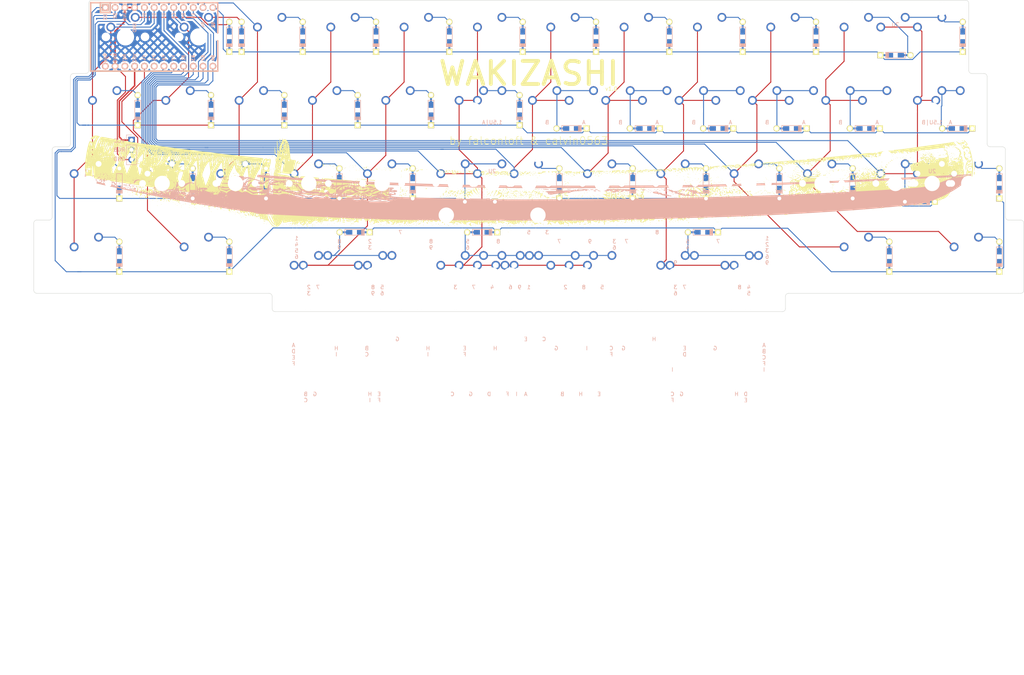
<source format=kicad_pcb>
(kicad_pcb (version 20221018) (generator pcbnew)
  (layers (0 "F.Cu" signal) (31 "B.Cu" signal) (34 "B.Paste" user) (35 "F.Paste" user) (36 "B.SilkS" user "B.Silkscreen") (37 "F.SilkS" user "F.Silkscreen") (38 "B.Mask" user) (39 "F.Mask" user) (44 "Edge.Cuts" user))
  (net 0 "")
  (net 1 "Net-(D1-A)")
  (net 2 "ROW0")
  (net 3 "Net-(D2-A)")
  (net 4 "Net-(D3-A)")
  (net 5 "Net-(D4-A)")
  (net 6 "Net-(D5-A)")
  (net 7 "Net-(D6-A)")
  (net 8 "Net-(D7-A)")
  (net 9 "Net-(D8-A)")
  (net 10 "Net-(D9-A)")
  (net 11 "Net-(D10-A)")
  (net 12 "Net-(D11-A)")
  (net 13 "Net-(D12-A)")
  (net 14 "Net-(D13-A)")
  (net 15 "ROW1")
  (net 16 "Net-(D14-A)")
  (net 17 "Net-(D15-A)")
  (net 18 "Net-(D16-A)")
  (net 19 "Net-(D17-A)")
  (net 20 "Net-(D18-A)")
  (net 21 "Net-(D19-A)")
  (net 22 "Net-(D20-A)")
  (net 23 "Net-(D21-A)")
  (net 24 "Net-(D22-A)")
  (net 25 "Net-(D23-A)")
  (net 26 "Net-(D24-A)")
  (net 27 "Net-(D25-A)")
  (net 28 "ROW2")
  (net 29 "Net-(D26-A)")
  (net 30 "Net-(D27-A)")
  (net 31 "Net-(D28-A)")
  (net 32 "Net-(D29-A)")
  (net 33 "Net-(D30-A)")
  (net 34 "Net-(D31-A)")
  (net 35 "Net-(D32-A)")
  (net 36 "Net-(D33-A)")
  (net 37 "Net-(D34-A)")
  (net 38 "Net-(D35-A)")
  (net 39 "Net-(D36-A)")
  (net 40 "Net-(D37-A)")
  (net 41 "Net-(D38-A)")
  (net 42 "ROW3")
  (net 43 "Net-(D39-A)")
  (net 44 "Net-(D40-A)")
  (net 45 "Net-(D41-A)")
  (net 46 "Net-(D42-A)")
  (net 47 "Net-(D43-A)")
  (net 48 "Net-(D44-A)")
  (net 49 "COL0")
  (net 50 "COL1")
  (net 51 "COL2")
  (net 52 "COL3")
  (net 53 "COL4")
  (net 54 "COL5")
  (net 55 "COL6")
  (net 56 "COL7")
  (net 57 "COL8")
  (net 58 "COL9")
  (net 59 "COL10")
  (net 60 "COL11")
  (net 61 "VCC")
  (net 62 "RGB")
  (net 63 "GND")
  (net 64 "RST")
  (net 65 "RAW")
  (footprint "PCM_marbastlib-mx:SW_MX_1u" (layer "F.Cu") (at 47.625 26.9875)
    (fp_text reference "MX1" hide)
    (fp_text value "MX_SW_solder" hide)
  )
  (footprint "PCM_marbastlib-mx:SW_MX_1u" (layer "F.Cu") (at 228.6 65.0875)
    (fp_text reference "MX35" hide)
    (fp_text value "MX_SW_solder" hide)
  )
  (footprint "Keebio-Parts:Diode-Hybrid-Back" (layer "F.Cu") (at 274.6375 65.0875 -90)
    (fp_text reference "D37" hide)
    (fp_text value "D_Small" hide)
  )
  (footprint "PCM_marbastlib-mx:SW_MX_1u" (layer "F.Cu") (at 142.875 88.9)
    (fp_text reference "MX63" hide)
    (fp_text value "MX_SW_solder" hide)
  )
  (footprint "PCM_marbastlib-mx:SW_MX_1u" (layer "F.Cu") (at 185.7375 46.0375)
    (fp_text reference "MX20" hide)
    (fp_text value "MX_SW_solder" hide)
  )
  (footprint "PCM_marbastlib-mx:SW_MX_1u" (layer "F.Cu") (at 242.8875 46.0375)
    (fp_text reference "MX23" hide)
    (fp_text value "MX_SW_solder" hide)
  )
  (footprint "PCM_marbastlib-mx:SW_MX_1u" (layer "F.Cu") (at 119.0625 46.0375)
    (fp_text reference "MX17" hide)
    (fp_text value "MX_SW_solder" hide)
  )
  (footprint "PCM_marbastlib-mx:SW_MX_1.5u" (layer "F.Cu") (at 38.1 84.1375)
    (fp_text reference "MX38" hide)
    (fp_text value "MX_SW_solder" hide)
  )
  (footprint "PCM_marbastlib-mx:STAB_MX_3u" (layer "F.Cu") (at 171.45 88.9 180)
    (fp_text reference "S4" hide)
    (fp_text value "MX_stab")
  )
  (footprint "PCM_marbastlib-mx:SW_MX_1u" (layer "F.Cu") (at 42.8625 46.0375)
    (fp_text reference "MX13" hide)
    (fp_text value "MX_SW_solder" hide)
  )
  (footprint "PCM_marbastlib-mx:SW_MX_1u" (layer "F.Cu") (at 192.88125 88.9)
    (fp_text reference "MX59" hide)
    (fp_text value "MX_SW_solder" hide)
  )
  (footprint "PCM_marbastlib-mx:SW_MX_1u" (layer "F.Cu") (at 123.825 26.9875)
    (fp_text reference "MX5" hide)
    (fp_text value "MX_SW_solder" hide)
  )
  (footprint "PCM_marbastlib-mx:SW_MX_1u" (layer "F.Cu") (at 233.3625 46.0375)
    (fp_text reference "MX51" hide)
    (fp_text value "MX_SW_solder" hide)
  )
  (footprint "Keebio-Parts:Diode-Hybrid-Back" (layer "F.Cu") (at 74.6125 26.9875 -90)
    (fp_text reference "D1" hide)
    (fp_text value "D_Small" hide)
  )
  (footprint "PCM_marbastlib-mx:SW_MX_1.25u" (layer "F.Cu") (at 207.16875 88.9)
    (fp_text reference "MX60" hide)
    (fp_text value "MX_SW_solder" hide)
  )
  (footprint "PCM_marbastlib-mx:SW_MX_1.25u" (layer "F.Cu") (at 150.01875 88.9)
    (fp_text reference "MX68" hide)
    (fp_text value "MX_SW_solder" hide)
  )
  (footprint "PCM_marbastlib-mx:SW_MX_1.5u" (layer "F.Cu") (at 238.125 84.1375)
    (fp_text reference "MX43" hide)
    (fp_text value "MX_SW_solder" hide)
  )
  (footprint "PCM_marbastlib-mx:SW_MX_1.5u" (layer "F.Cu") (at 257.175 46.0375)
    (fp_text reference "MX52" hide)
    (fp_text value "MX_SW_solder" hide)
  )
  (footprint "Keebio-Parts:Diode-Hybrid-Back" (layer "F.Cu") (at 74.6125 84.1375 -90)
    (fp_text reference "D39" hide)
    (fp_text value "D_Small" hide)
  )
  (footprint "PCM_marbastlib-mx:SW_MX_1u" (layer "F.Cu") (at 66.675 26.9875)
    (fp_text reference "MX2" hide)
    (fp_text value "MX_SW_solder" hide)
  )
  (footprint "PCM_marbastlib-mx:STAB_MX_7u" (layer "F.Cu") (at 152.4 88.9 180)
    (fp_text reference "S9" hide)
    (fp_text value "MX_stab")
  )
  (footprint "Keebio-Parts:Diode-Hybrid-Back" (layer "F.Cu") (at 274.6375 84.1375 -90)
    (fp_text reference "D44" hide)
    (fp_text value "D_Small" hide)
  )
  (footprint "PCM_marbastlib-mx:SW_MX_1u" (layer "F.Cu") (at 133.35 65.0875)
    (fp_text reference "MX30" hide)
    (fp_text value "MX_SW_solder" hide)
  )
  (footprint "Keebio-Parts:Diode-Hybrid-Back" (layer "F.Cu") (at 227.0125 26.9875 -90)
    (fp_text reference "D10" hide)
    (fp_text value "D_Small" hide)
  )
  (footprint "PCM_marbastlib-mx:SW_MX_1u" (layer "F.Cu") (at 100.0125 46.0375)
    (fp_text reference "MX16" hide)
    (fp_text value "MX_SW_solder" hide)
  )
  (footprint "PCM_marbastlib-mx:SW_MX_1u" (layer "F.Cu") (at 114.3 65.0875)
    (fp_text reference "MX29" hide)
    (fp_text value "MX_SW_solder" hide)
  )
  (footprint "PCM_marbastlib-mx:STAB_MX_2u" (layer "F.Cu") (at 142.875 65.0875)
    (fp_text reference "S15" hide)
    (fp_text value "MX_stab")
  )
  (footprint "PCM_marbastlib-mx:STAB_MX_3u" (layer "F.Cu") (at 114.3 88.9 180)
    (fp_text reference "S3" hide)
    (fp_text value "MX_stab")
  )
  (footprint "PCM_marbastlib-mx:STAB_MX_2u" (layer "F.Cu") (at 247.65 26.9875)
    (fp_text reference "S13" hide)
    (fp_text value "MX_stab")
  )
  (footprint "PCM_marbastlib-mx:STAB_MX_3u" (layer "F.Cu") (at 133.35 88.9 180)
    (fp_text reference "S5" hide)
    (fp_text value "MX_stab")
  )
  (footprint "PCM_marbastlib-mx:SW_MX_1u" (layer "F.Cu") (at 190.5 65.0875)
    (fp_text reference "MX33" hide)
    (fp_text value "MX_SW_solder" hide)
  )
  (footprint "Keebio-Parts:Diode-Hybrid-Back" (layer "F.Cu") (at 77.7875 26.9875 -90)
    (fp_text reference "D2" hide)
    (fp_text value "D_Small" hide)
  )
  (footprint "Keebio-Parts:Diode-Hybrid-Back" (layer "F.Cu") (at 93.6625 26.9875 -90)
    (fp_text reference "D3" hide)
    (fp_text value "D_Small" hide)
  )
  (footprint "Keebio-Parts:Diode-Hybrid-Back" (layer "F.Cu") (at 84.1375 65.0875 -90)
    (fp_text reference "D27" hide)
    (fp_text value "D_Small" hide)
  )
  (footprint "PCM_marbastlib-mx:SW_MX_1u" (layer "F.Cu") (at 219.075 26.9875)
    (fp_text reference "MX10" hide)
    (fp_text value "MX_SW_solder" hide)
  )
  (footprint "PCM_marbastlib-mx:SW_MX_1u" (layer "F.Cu") (at 57.15 65.0875)
    (fp_text reference "MX26" hide)
    (fp_text value "MX_SW_solder" hide)
  )
  (footprint "Keebio-Parts:Diode-Hybrid-Back" (layer "F.Cu") (at 169.8625 26.9875 -90)
    (fp_text reference "D7" hide)
    (fp_text value "D_Small" hide)
  )
  (footprint "PCM_marbastlib-mx:SW_MX_1u" (layer "F.Cu") (at 180.975 26.9875)
    (fp_text reference "MX8" hide)
    (fp_text value "MX_SW_solder" hide)
  )
  (footprint "PCM_marbastlib-mx:SW_MX_1u" (layer "F.Cu") (at 133.35 88.9)
    (fp_text reference "MX62" hide)
    (fp_text value "MX_SW_solder" hide)
  )
  (footprint "Keebio-Parts:Diode-Hybrid-Back" (layer "F.Cu") (at 107.95 46.0375 -90)
    (fp_text reference "D16" hide)
    (fp_text value "D_Small" hide)
  )
  (footprint "PCM_marbastlib-mx:STAB_MX_3u" (layer "F.Cu") (at 138.1125 88.9 180)
    (fp_text reference "S11" hide)
    (fp_text value "MX_stab")
  )
  (footprint "Keebio-Parts:Diode-Hybrid-Back" (layer "F.Cu") (at 127 46.0375 -90)
    (fp_text reference "D17" hide)
    (fp_text value "D_Small" hide)
  )
  (footprint "Keebio-Parts:Diode-Hybrid-Back" (layer "F.Cu") (at 163.5125 50.8)
    (fp_text reference "D19" hide)
    (fp_text value "D_Small" hide)
  )
  (footprint "Keebio-Parts:Diode-Hybrid-Back" (layer "F.Cu") (at 139.7 69.85)
    (fp_text reference "D30" hide)
    (fp_text value "D_Small" hide)
  )
  (footprint "Keebio-Parts:Diode-Hybrid-Back" (layer "F.Cu") (at 107.15625 77.7875)
    (fp_text reference "D40" hide)
    (fp_text value "D_Small" hide)
  )
  (footprint "Keebio-Parts:Diode-Hybrid-Back" (layer "F.Cu") (at 46.0375 84.1375 -90)
    (fp_text reference "D38" hide)
    (fp_text value "D_Small" hide)
  )
  (footprint "PCM_marbastlib-mx:SW_MX_1u" (layer "F.Cu") (at 95.25 88.9)
    (fp_text reference "MX40" hide)
    (fp_text value "MX_SW_solder" hide)
  )
  (footprint "PCM_marbastlib-mx:STAB_MX_3u" (layer "F.Cu") (at 190.5 88.9 180)
    (fp_text reference "S6" hide)
    (fp_text value "MX_stab")
  )
  (footprint "Keebio-Parts:Diode-Hybrid-Back" (layer "F.Cu") (at 69.85 46.0375 -90)
    (fp_text reference "D14" hide)
    (fp_text value "D_Small" hide)
  )
  (footprint "Keebio-Parts:Diode-Hybrid-Back" (layer "F.Cu") (at 179.3875 65.0875 -90)
    (fp_text reference "D32" hide)
    (fp_text value "D_Small" hide)
  )
  (footprint "Keebio-Parts:Diode-Hybrid-Back" (layer "F.Cu") (at 263.7125 50.8)
    (fp_text reference "D24" hide)
    (fp_text value "D_Small" hide)
  )
  (footprint "Keebio-Parts:Diode-Hybrid-Back" (layer "F.Cu") (at 112.7125 26.9875 -90)
    (fp_text reference "D4" hide)
    (fp_text value "D_Small" hide)
  )
  (footprint "PCM_marbastlib-mx:SW_MX_1u" (layer "F.Cu") (at 76.2 65.0875)
    (fp_text reference "MX27" hide)
    (fp_text value "MX_SW_solder" hide)
  )
  (footprint "Keebio-Parts:Diode-Hybrid-Back" (layer "F.Cu") (at 182.5625 50.8)
    (fp_text reference "D20" hide)
    (fp_text value "D_Small" hide)
  )
  (footprint "LOGO" (layer "F.Cu") (at 152.4 57.94375)
    (fp_text reference "G***" hide)
    (fp_text value "LOGO" hide)
  )
  (footprint "PCM_marbastlib-mx:SW_MX_1u" (layer "F.Cu") (at 223.8375 46.0375)
    (fp_text reference "MX22" hide)
    (fp_text value "MX_SW_solder" hide)
  )
  (footprint "Keebio-Parts:Diode-Hybrid-Back" (layer "F.Cu") (at 236.5375 65.0875 -90)
    (fp_text reference "D35" hide)
    (fp_text value "D_Small" hide)
  )
  (footprint "Keebio-Parts:Diode-Hybrid-Back" (layer "F.Cu") (at 239.7125 50.8)
    (fp_text reference "D23" hide)
    (fp_text value "D_Small" hide)
  )
  (footprint "PCM_marbastlib-mx:SW_MX_1u" (layer "F.Cu") (at 111.91875 88.9)
    (fp_text reference "MX56" hide)
    (fp_text value "MX_SW_solder" hide)
  )
  (footprint "Keebio-Parts:Diode-Hybrid-Back" (layer "F.Cu") (at 197.64375 77.7875)
    (fp_text reference "D42" hide)
    (fp_text value "D_Small" hide)
  )
  (footprint "Keebio-Parts:Diode-Hybrid-Back" (layer "F.Cu") (at 198.4375 65.0875 -90)
    (fp_text reference "D33" hide)
    (fp_text value "D_Small" hide)
  )
  (footprint "Keebio-Parts:Diode-Hybrid-Back" (layer "F.Cu") (at 65.0875 65.0875 -90)
    (fp_text reference "D26" hide)
    (fp_text value "D_Small" hide)
  )
  (footprint "PCM_marbastlib-mx:SW_MX_1u" (layer "F.Cu") (at 85.725 26.9875)
    (fp_text reference "MX3" hide)
    (fp_text value "MX_SW_solder" hide)
  )
  (footprint "PCM_marbastlib-mx:SW_MX_1u" (layer "F.Cu") (at 209.55 88.9)
    (fp_text reference "MX58" hide)
    (fp_text value "MX_SW_solder" hide)
  )
  (footprint "PCM_marbastlib-mx:SW_MX_1u" (layer "F.Cu") (at 161.925 26.9875)
    (fp_text reference "MX7" hide)
    (fp_text value "MX_SW_solder" hide)
  )
  (footprint "PCM_marbastlib-mx:SW_MX_1u" (layer "F.Cu") (at 38.1 65.0875)
    (fp_text reference "MX25" hide)
    (fp_text value "MX_SW_solder" hide)
  )
  (footprint "PCM_marbastlib-mx:SW_MX_1u" (layer "F.Cu") (at 171.45 88.9)
    (fp_text reference "MX64" hide)
    (fp_text value "MX_SW_solder" hide)
  )
  (footprint "PCM_marbastlib-mx:SW_MX_1u" (layer "F.Cu") (at 152.4 65.0875)
    (fp_text reference "MX31" hide)
    (fp_text value "MX_SW_solder" hide)
  )
  (footprint "PCM_marbastlib-mx:SW_MX_1u" (layer "F.Cu") (at 247.65 26.9875)
    (fp_text reference "MX45" hide)
    (fp_text value "MX_SW_solder" hide)
  )
  (footprint "PCM_marbastlib-mx:SW_MX_1u" (layer "F.Cu") (at 142.875 65.0875)
    (fp_text reference "MX53" hide)
    (fp_text value "MX_SW_solder" hide)
  )
  (footprint "PCM_marbastlib-mx:SW_MX_1u" (layer "F.Cu") (at 247.65 65.0875)
    (fp_text reference "MX36" hide)
    (fp_text value "MX_SW_solder" hide)
  )
  (footprint "PCM_marbastlib-mx:STAB_MX_3u" (layer "F.Cu") (at 166.6875 88.9 180)
    (fp_text reference "S2" hide)
    (fp_text value "MX_stab")
  )
  (footprint "PCM_marbastlib-mx:SW_MX_1u" (layer "F.Cu") (at 266.7 65.0875)
    (fp_text reference "MX37" hide)
    (fp_text value "MX_SW_solder" hide)
  )
  (footprint "PCM_marbastlib-mx:STAB_MX_6u" (layer "F.Cu") (at 142.875 88.9 180)
    (fp_text reference "S7" hide)
    (fp_text value "MX_stab")
  )
  (footprint "PCM_marbastlib-mx:SW_MX_1u" (layer "F.Cu") (at 95.25 65.0875)
    (fp_text reference "MX28" hide)
    (fp_text value "MX_SW_solder" hide)
  )
  (footprint "Keebio-Parts:Diode-Hybrid-Back" (layer "F.Cu") (at 265.1125 26.9875 -90)
    (fp_text reference "D12" hide)
    (fp_text value "D_Small" hide)
  )
  (footprint "PCM_marbastlib-mx:SW_MX_1.25u" (layer "F.Cu") (at 97.63125 88.9)
    (fp_text reference "MX57" hide)
    (fp_text value "MX_SW_solder" hide)
  )
  (footprint "Keebio-Parts:Diode-Hybrid-Back" (layer "F.Cu") (at 220.6625 50.8)
    (fp_text reference "D22" hide)
    (fp_text value "D_Small" hide)
  )
  (footprint "Keebio-Parts:Diode-Hybrid-Back" (layer "F.Cu") (at 150.01875 46.0375 -90)
    (fp_text reference "D18" hide)
    (fp_text value "D_Small" hide)
  )
  (footprint "Keebio-Parts:Diode-Hybrid-Back" (layer "F.Cu") (at 188.9125 26.9875 -90)
    (fp_text reference "D8" hide)
    (fp_text value "D_Small" hide)
  )
  (footprint "Keebio-Parts:Diode-Hybrid-Back" (layer "F.Cu") (at 246.0625 84.1375 -90)
    (fp_text reference "D43" hide)
    (fp_text value "D_Small" hide)
  )
  (footprint "PCM_marbastlib-mx:SW_MX_1u" (layer "F.Cu") (at 190.5 88.9)
    (fp_text reference "MX42" hide)
    (fp_text value "MX_SW_solder" hide)
  )
  (footprint "Keebio-Parts:Diode-Hybrid-Back" (layer "F.Cu") (at 160.3375 65.0875 -90)
    (fp_text reference "D31" hide)
    (fp_text value "D_Small" hide)
  )
  (footprint "PCM_marbastlib-mx:SW_MX_1u" (layer "F.Cu") (at 204.7875 46.0375)
    (fp_text reference "MX21" hide)
    (fp_text value "MX_SW_solder" hide)
  )
  (footprint "PCM_marbastlib-mx:SW_MX_1u" (layer "F.Cu") (at 61.9125 46.0375)
    (fp_text reference "MX14" hide)
    (fp_text value "MX_SW_solder" hide)
  )
  (footprint "PCM_marbastlib-mx:STAB_MX_2.75u" (layer "F.Cu") (at 111.91875 88.9 180)
    (fp_text reference "S12" hide)
    (fp_text value "MX_stab")
  )
  (footprint "PCM_marbastlib-mx:SW_MX_1.5u" (layer "F.Cu") (at 66.675 84.1375)
    (fp_text reference "MX39" hide)
    (fp_text value "MX_SW_solder" hide)
  )
  (footprint "PCM_marbastlib-mx:STAB_MX_2u" (layer "F.Cu") (at 257.175 65.0875)
    (fp_text reference "S14" hide)
    (fp_text value "MX_stab")
  )
  (footprint "PCM_marbastlib-mx:SW_MX_1u" (layer "F.Cu") (at 152.4 88.9)
    (fp_text reference "MX41" hide)
    (fp_text value "MX_SW_solder" hide)
  )
  (footprint "PCM_marbastlib-mx:SW_MX_1u" (layer "F.Cu") (at 195.2625 46.0375)
    (fp_text reference "MX49" hide)
    (fp_text value "MX_SW_solder" hide)
  )
  (footprint "Keebio-Parts:Diode-Hybrid-Back" (layer "F.Cu") (at 103.1875 65.0875 -90)
    (fp_text reference "D28" hide)
    (fp_text value "D_Small" hide)
  )
  (footprint "PCM_marbastlib-mx:SW_MX_1u" (layer "F.Cu") (at 257.175 26.9875)
    (fp_text reference "MX12" hide)
    (fp_text value "MX_SW_solder" hide)
  )
  (footprint "Keebio-Parts:Diode-Hybrid-Back" (layer "F.Cu") (at 140.30625 77.7875)
    (fp_text reference "D41" hide)
    (fp_text value "D_Small" hide)
  )
  (footprint "PCM_marbastlib-mx:SW_MX_1u" (layer "F.Cu") (at 157.1625 46.0375)
    (fp_text reference "MX47" hide)
    (fp_text value "MX_SW_solder" hide)
  )
  (footprint "PCM_marbastlib-mx:SW_MX_1.5u" (layer "F.Cu") (at 266.7 84.1375)
    (fp_text reference "MX44" hide)
    (fp_text value "MX_SW_solder" hide)
  )
  (footprint "PCM_marbastlib-mx:STAB_MX_2.75u" (layer "F.Cu") (at 192.88125 88.9 180)
    (fp_text reference "S1" hide)
    (fp_text value "MX_stab")
  )
  (footprint "PCM_marbastlib-mx:STAB_MX_6u" (layer "F.Cu") (at 161.925 88.9 180)
    (fp_text reference "S8" hide)
    (fp_text value "MX_stab")
  )
  (footprint "PCM_marbastlib-mx:SW_MX_1u" (layer "F.Cu") (at 147.6375 88.9)
    (fp_text reference "MX65" hide)
    (fp_text value "MX_SW_solder" hide)
  )
  (footprint "Keebio-Parts:Diode-Hybrid-Back" (layer "F.Cu") (at 217.4875 65.0875 -90)
    (fp_text reference "D34" hide)
    (fp_text value "D_Small" hide)
  )
  (footprint "Keebio-Parts:Diode-Hybrid-Back" (layer "F.Cu") (at 50.8 46.0375 -90)
    (fp_text reference "D13" hide)
    (fp_text value "D_Small" hide)
  )
  (footprint "Keebio-Parts:Diode-Hybrid-Back" (layer "F.Cu") (at 122.2375 65.0875 -90)
    (fp_text reference "D29" hide)
    (fp_text value "D_Small" hide)
  )
  (footprint "PCM_marbastlib-mx:SW_MX_1u" (layer "F.Cu") (at 214.3125 46.0375)
    (fp_text reference "MX50" hide)
    (fp_text value "MX_SW_solder" hide)
  )
  (footprint "PCM_marbastlib-mx:SW_MX_1u" (layer "F.Cu") (at 138.1125 46.0375)
    (fp_text reference "MX18" hide)
    (fp_text value "MX_SW_solder" hide)
  )
  (footprint "PCM_marbastlib-mx:SW_MX_1.5u" (layer "F.Cu") (at 142.875 46.0375)
    (fp_text reference "MX46" hide)
    (fp_text value "MX_SW_solder" hide)
  )
  (footprint "PCM_marbastlib-mx:SW_MX_1u" (layer "F.Cu") (at 176.2125 46.0375)
    (fp_text reference "MX48" hide)
    (fp_text value "MX_SW_solder" hide)
  )
  (footprint "PCM_marbastlib-mx:SW_MX_1u" (layer "F.Cu") (at 161.925 88.9)
    (fp_text reference "MX61" hide)
    (fp_text value "MX_SW_solder" hide)
  )
  (footprint "PCM_marbastlib-mx:SW_MX_1u" (layer "F.Cu") (at 166.6875 46.0375)
    (fp_text reference "MX19" hide)
    (fp_text value "MX_SW_solder" hide)
  )
  (footprint "PCM_marbastlib-mx:SW_MX_1u" (layer "F.Cu") (at 166.6875 88.9)
    (fp_text reference "MX67" hide)
    (fp_text value "MX_SW_solder" hide)
  )
  (footprint "Keebio-Parts:Diode-Hybrid-Back" (layer "F.Cu") (at 201.6125 50.8)
    (fp_text reference "D21" hide)
    (fp_text value "D_Small" hide)
  )
  (footprint "Keebio-Parts:Diode-Hybrid-Back" (layer "F.Cu") (at 88.9 46.0375 -90)
    (fp_text reference "D15" hide)
    (fp_text value "D_Small" hide)
  )
  (footprint "PCM_marbastlib-mx:SW_MX_1u" (layer "F.Cu") (at 104.775 26.9875)
    (fp_text reference "MX4" hide)
    (fp_text value "MX_SW_solder" hide)
  )
  (footprint "Keebio-Parts:Diode-Hybrid-Back" (layer "F.Cu") (at 46.0375 65.0875 -90)
    (fp_text reference "D25" hide)
    (fp_text value "D_Small" hide)
  )
  (footprint "Keebio-Parts:Diode-Hybrid-Back" (layer "F.Cu") (at 254 69.85)
    (fp_text reference "D36" hide)
    (fp_text value "D_Small" hide)
  )
  (footprint "PCM_marbastlib-mx:SW_MX_1u" (layer "F.Cu") (at 80.9625 46.0375)
    (fp_text reference "MX15" hide)
    (fp_text value "MX_SW_solder" hide)
  )
  (footprint "PCM_marbastlib-mx:SW_MX_1u" (layer "F.Cu") (at 138.1125 88.9)
    (fp_text reference "MX66" hide)
    (fp_text value "MX_SW_solder" hide)
  )
  (footprint "PCM_marbastlib-mx:SW_MX_1u" (layer "F.Cu") (at 261.9375 46.0375)
    (fp_text reference "MX24" hide)
    (fp_text value "MX_SW_solder" hide)
  )
  (footprint "PCM_marbastlib-mx:SW_MX_1u" (layer "F.Cu") (at 200.025 26.9875)
    (fp_text reference "MX9" hide)
    (fp_text value "MX_SW_solder" hide)
  )
  (footprint "PCM_marbastlib-mx:SW_MX_1u" (layer "F.Cu") (at 257.175 65.0875)
    (fp_text reference "MX54" hide)
    (fp_text value "MX_SW_solder" hide)
  )
  (footprint "PCM_marbastlib-mx:SW_MX_1u" (layer "F.Cu") (at 114.3 88.9)
    (fp_text reference "MX55" hide)
    (fp_text value "MX_SW_solder" hide)
  )
  (footprint "Keebio-Parts:Diode-Hybrid-Back" (layer "F.Cu") (at 150.8125 26.9875 -90)
    (fp_text reference "D6" hide)
    (fp_text value "D_Small" hide)
  )
  (footprint "Keebio-Parts:Diode-Hybrid-Back" (layer "F.Cu") (at 131.7625 26.9875 -90)
    (fp_text reference "D5" hide)
    (fp_text value "D_Small" hide)
  )
  (footprint "PCM_marbastlib-mx:SW_MX_1u" (layer "F.Cu") (at 142.875 26.9875)
    (fp_text reference "MX6" hide)
    (fp_text value "MX_SW_solder" hide)
  )
  (footprint "PCM_marbastlib-mx:SW_MX_1u" (layer "F.Cu") (at 209.55 65.0875)
    (fp_text reference "MX34" hide)
    (fp_text value "MX_SW_solder" hide)
  )
  (footprint "Keebio-Parts:Diode-Hybrid-Back" (layer "F.Cu") (at 247.65 31.75 180)
    (fp_text reference "D11" hide)
    (fp_text value "D_Small" hide)
  )
  (footprint "PCM_marbastlib-mx:SW_MX_1u" (layer "F.Cu") (at 171.45 65.0875)
    (fp_text reference "MX32" hide)
    (fp_text value "MX_SW_solder" hide)
  )
  (footprint "PCM_marbastlib-mx:SW_MX_1u" (layer "F.Cu") (at 238.125 26.9875)
    (fp_text reference "MX11" hide)
    (fp_text value "MX_SW_solder" hide)
  )
  (footprint "Keebio-Parts:Diode-Hybrid-Back" (layer "F.Cu") (at 207.9625 26.9875 -90)
    (fp_text reference "D9" hide)
    (fp_text value "D_Small" hide)
  )
  (footprint "Keebio-Parts:ArduinoProMicro" (layer "B.Cu") (at 56.35625 26.9875)
    (fp_text reference "U2" hide)
    (fp_text value "ProMicro" hide)
  )
  (footprint "Connector_PinSocket_2.54mm:PinSocket_1x03_P2.54mm_Vertical" (layer "B.Cu") (at 49.2125 53.81625 180)
    (fp_text reference "J1" hide)
    (fp_text value "Conn_01x03")
  )
  (footprint "LOGO" (layer "B.Cu") (at 157.1625 62.70625 180)
    (fp_text reference "G***" hide)
    (fp_text value "LOGO" hide)
  )
  (gr_line (start 272.25625 55.5625) (end 275.43125 55.5625) (stroke (width 0.1)) (layer "Edge.Cuts"))
  (gr_line (start 29.36875 55.5625) (end 32.54375 55.5625) (stroke (width 0.1)) (layer "Edge.Cuts"))
  (gr_line (start 24.60625 74.6125) (end 27.78125 74.6125) (stroke (width 0.1)) (layer "Edge.Cuts"))
  (gr_arc (start 38.1 35.7188) (mid 37.867501 36.280051) (end 37.30625 36.51255) (stroke (width 0.1)) (layer "Edge.Cuts"))
  (gr_arc (start 280.19375 74.6125) (mid 280.755016 74.844984) (end 280.9875 75.40625) (stroke (width 0.1)) (layer "Edge.Cuts"))
  (gr_arc (start 33.3375 37.3063) (mid 33.569999 36.745049) (end 34.13125 36.51255) (stroke (width 0.1)) (layer "Edge.Cuts"))
  (gr_line (start 38.89375 17.46255) (end 265.90625 17.4625) (stroke (width 0.1)) (layer "Edge.Cuts"))
  (gr_line (start 271.4625 37.30625) (end 271.4625 54.76875) (stroke (width 0.1)) (layer "Edge.Cuts"))
  (gr_line (start 277.01875 74.6125) (end 280.19375 74.6125) (stroke (width 0.1)) (layer "Edge.Cuts"))
  (gr_arc (start 280.9875 92.86875) (mid 280.755016 93.430016) (end 280.19375 93.6625) (stroke (width 0.1)) (layer "Edge.Cuts"))
  (gr_arc (start 28.575 73.81875) (mid 28.342501 74.380001) (end 27.78125 74.6125) (stroke (width 0.1)) (layer "Edge.Cuts"))
  (gr_line (start 33.3375 37.30625) (end 33.3375 54.76875) (stroke (width 0.1)) (layer "Edge.Cuts"))
  (gr_line (start 280.9875 75.40625) (end 280.9875 92.86875) (stroke (width 0.1)) (layer "Edge.Cuts"))
  (gr_line (start 219.86875 93.6625) (end 280.19375 93.6625) (stroke (width 0.1)) (layer "Edge.Cuts"))
  (gr_line (start 28.575 56.35625) (end 28.575 73.81875) (stroke (width 0.1)) (layer "Edge.Cuts"))
  (gr_arc (start 28.575 56.35625) (mid 28.807499 55.794999) (end 29.36875 55.5625) (stroke (width 0.1)) (layer "Edge.Cuts"))
  (gr_line (start 34.13125 36.51255) (end 37.30625 36.51255) (stroke (width 0.1)) (layer "Edge.Cuts"))
  (gr_arc (start 270.66875 36.5125) (mid 271.230016 36.744984) (end 271.4625 37.30625) (stroke (width 0.1)) (layer "Edge.Cuts"))
  (gr_arc (start 219.075 97.63125) (mid 218.842516 98.192516) (end 218.28125 98.425) (stroke (width 0.1)) (layer "Edge.Cuts"))
  (gr_arc (start 265.90625 17.4625) (mid 266.467516 17.694984) (end 266.7 18.25625) (stroke (width 0.1)) (layer "Edge.Cuts"))
  (gr_line (start 85.725 97.63125) (end 85.725 94.45625) (stroke (width 0.1)) (layer "Edge.Cuts"))
  (gr_line (start 276.225 56.35625) (end 276.225 73.81875) (stroke (width 0.1)) (layer "Edge.Cuts"))
  (gr_arc (start 38.1 18.2563) (mid 38.332499 17.695049) (end 38.89375 17.46255) (stroke (width 0.1)) (layer "Edge.Cuts"))
  (gr_arc (start 23.8125 75.40625) (mid 24.044999 74.844999) (end 24.60625 74.6125) (stroke (width 0.1)) (layer "Edge.Cuts"))
  (gr_line (start 84.93125 93.6625) (end 24.60625 93.6625) (stroke (width 0.1)) (layer "Edge.Cuts"))
  (gr_arc (start 24.60625 93.6625) (mid 24.044999 93.430001) (end 23.8125 92.86875) (stroke (width 0.1)) (layer "Edge.Cuts"))
  (gr_line (start 38.1 18.2563) (end 38.1 35.7188) (stroke (width 0.1)) (layer "Edge.Cuts"))
  (gr_arc (start 86.51875 98.425) (mid 85.957484 98.192516) (end 85.725 97.63125) (stroke (width 0.1)) (layer "Edge.Cuts"))
  (gr_arc (start 272.25625 55.5625) (mid 271.694984 55.330016) (end 271.4625 54.76875) (stroke (width 0.1)) (layer "Edge.Cuts"))
  (gr_arc (start 219.075 94.45625) (mid 219.307484 93.894984) (end 219.86875 93.6625) (stroke (width 0.1)) (layer "Edge.Cuts"))
  (gr_line (start 266.7 18.25625) (end 266.7 35.71875) (stroke (width 0.1)) (layer "Edge.Cuts"))
  (gr_line (start 219.075 94.45625) (end 219.075 97.63125) (stroke (width 0.1)) (layer "Edge.Cuts"))
  (gr_arc (start 277.01875 74.6125) (mid 276.457484 74.380016) (end 276.225 73.81875) (stroke (width 0.1)) (layer "Edge.Cuts"))
  (gr_arc (start 267.49375 36.5125) (mid 266.932484 36.280016) (end 266.7 35.71875) (stroke (width 0.1)) (layer "Edge.Cuts"))
  (gr_arc (start 33.3375 54.76875) (mid 33.105001 55.330001) (end 32.54375 55.5625) (stroke (width 0.1)) (layer "Edge.Cuts"))
  (gr_line (start 267.49375 36.5125) (end 270.66875 36.5125) (stroke (width 0.1)) (layer "Edge.Cuts"))
  (gr_arc (start 84.93125 93.6625) (mid 85.492516 93.894984) (end 85.725 94.45625) (stroke (width 0.1)) (layer "Edge.Cuts"))
  (gr_line (start 23.8125 75.40625) (end 23.8125 92.86875) (stroke (width 0.1)) (layer "Edge.Cuts"))
  (gr_arc (start 275.43125 55.5625) (mid 275.992516 55.794984) (end 276.225 56.35625) (stroke (width 0.1)) (layer "Edge.Cuts"))
  (gr_line (start 218.28125 98.425) (end 86.51875 98.425) (stroke (width 0.1)) (layer "Edge.Cuts"))
  (gr_text "4" (at 193.675 81.75625) (layer "B.SilkS") (effects (font (size 1 1)) (justify mirror)))
  (gr_text "4" (at 92.075 80.9625) (layer "B.SilkS") (effects (font (size 1 1)) (justify mirror)))
  (gr_text "I" (at 149.225 119.85625) (layer "B.SilkS") (effects (font (size 1 1)) (justify mirror)))
  (gr_text "B" (at 157.1625 49.2125) (layer "B.SilkS") (effects (font (size 1 1)) (justify mirror)))
  (gr_text "F" (at 173.83125 109.5375) (layer "B.SilkS") (effects (font (size 1 1)) (justify mirror)))
  (gr_text "3" (at 111.125 81.75625) (layer "B.SilkS") (effects (font (size 1 1)) (justify mirror)))
  (gr_text "4" (at 142.875 92.075) (layer "B.SilkS") (effects (font (size 1 1)) (justify mirror)))
  (gr_text "8" (at 144.4625 80.16875) (layer "B.SilkS") (effects (font (size 1 1)) (justify mirror)))
  (gr_text "B" (at 176.2125 49.2125) (layer "B.SilkS") (effects (font (size 1 1)) (justify mirror)))
  (gr_text "9" (at 103.1875 81.75625) (layer "B.SilkS") (effects (font (size 1 1)) (justify mirror)))
  (gr_text "3" (at 214.3125 82.55) (layer "B.SilkS") (effects (font (size 1 1)) (justify mirror)))
  (gr_text "D" (at 91.28125 108.74375) (layer "B.SilkS") (effects (font (size 1 1)) (justify mirror)))
  (gr_text "9" (at 190.5 85.725) (layer "B.SilkS") (effects (font (size 1 1)) (justify mirror)))
  (gr_text "8" (at 127 80.16875) (layer "B.SilkS") (effects (font (size 1 1)) (justify mirror)))
  (gr_text "G" (at 192.0875 119.85625) (layer "B.SilkS") (effects (font (size 1 1)) (justify mirror)))
  (gr_text "H" (at 184.94375 105.56875) (layer "B.SilkS") (effects (font (size 1 1)) (justify mirror)))
  (gr_text "F" (at 135.73125 109.5375) (layer "B.SilkS") (effects (font (size 1 1)) (justify mirror)))
  (gr_text "1.5U|B" (at 257.175 49.2125) (layer "B.SilkS") (effects (font (size 1 1)) (justify mirror)))
  (gr_text "G" (at 137.31875 119.85625) (layer "B.SilkS") (effects (font (size 1 1)) (justify mirror)))
  (gr_text "G" (at 177.00625 107.95) (layer "B.SilkS") (effects (font (size 1 1)) (justify mirror)))
  (gr_text "5" (at 152.4 77.7875) (layer "B.SilkS") (effects (font (size 1 1)) (justify mirror)))
  (gr_text "G" (at 159.54375 107.95) (layer "B.SilkS") (effects (font (size 1 1)) (justify mirror)))
  (gr_text "C" (at 132.55625 119.85625) (layer "B.SilkS") (effects (font (size 1 1)) (justify mirror)))
  (gr_text "F" (at 146.84375 119.85625) (layer "B.SilkS") (effects (font (size 1 1)) (justify mirror)))
  (gr_text "H" (at 165.89375 119.85625) (layer "B.SilkS") (effects (font (size 1 1)) (justify mirror)))
  (gr_text "4" (at 209.55 92.075) (layer "B.SilkS") (effects (font (size 1 1)) (justify mirror)))
  (gr_text "C" (at 110.33125 109.5375) (layer "B.SilkS") (effects (font (size 1 1)) (justify mirror)))
  (gr_text "5" (at 171.45 92.075) (layer "B.SilkS") (effects (font (size 1 1)) (justify mirror)))
  (gr_text "I" (at 126.20625 109.5375) (layer "B.SilkS") (effects (font (size 1 1)) (justify mirror)))
  (gr_text "I" (at 167.48125 107.95) (layer "B.SilkS") (effects (font (size 1 1)) (justify mirror)))
  (gr_text "A" (at 185.7375 49.2125) (layer "B.SilkS") (effects (font (size 1 1)) (justify mirror)))
  (gr_text "A" (at 151.60625 119.85625) (layer "B.SilkS") (effects (font (size 1 1)) (justify mirror)))
  (gr_text "C" (at 173.83125 107.95) (layer "B.SilkS") (effects (font (size 1 1)) (justify mirror)))
  (gr_text "8" (at 166.6875 92.075) (layer "B.SilkS") (effects (font (size 1 1)) (justify mirror)))
  (gr_text "3" (at 157.1625 77.7875) (layer "B.SilkS") (effects (font (size 1 1)) (justify mirror)))
  (gr_text "E" (at 135.73125 107.95) (layer "B.SilkS") (effects (font (size 1 1)) (justify mirror)))
  (gr_text "7" (at 177.8 80.16875) (layer "B.SilkS") (effects (font (size 1 1)) (justify mirror)))
  (gr_text "I" (at 213.51875 113.50625) (layer "B.SilkS") (effects (font (size 1 1)) (justify mirror)))
  (gr_text "3" (at 133.35 92.075) (layer "B.SilkS") (effects (font (size 1 1)) (justify mirror)))
  (gr_text "1.5U|A" (at 142.875 49.2125) (layer "B.SilkS") (effects (font (size 1 1)) (justify mirror)))
  (gr_text "A" (at 223.8375 49.2125) (layer "B.SilkS") (effects (font (size 1 1)) (justify mirror)))
  (gr_text "7" (at 201.6125 80.16875) (layer "B.SilkS") (effects (font (size 1 1)) (justify mirror)))
  (gr_text "2U" (at 247.65 23.8125) (layer "B.SilkS") (effects (font (size 1 1)) (justify mirror)))
  (gr_text "5" (at 193.675 80.16875) (layer "B.SilkS") (effects (font (size 1 1)) (justify mirror)))
  (gr_text "F" (at 213.51875 111.91875) (layer "B.SilkS") (effects (font (size 1 1)) (justify mirror)))
  (gr_text "1" (at 214.3125 79.375) (layer "B.SilkS") (effects (font (size 1 1)) (justify mirror)))
  (gr_text "C" (at 94.45625 121.44375) (layer "B.SilkS") (effects (font (size 1 1)) (justify mirror)))
  (gr_text "6" (at 147.6375 92.075) (layer "B.SilkS") (effects (font (size 1 1)) (justify mirror)))
  (gr_text "B" (at 213.51875 108.74375) (layer "B.SilkS") (effects (font (size 1 1)) (justify mirror)))
  (gr_text "5" (at 136.525 80.16875) (layer "B.SilkS") (effects (font (size 1 1)) (justify mirror)))
  (gr_text "H" (at 143.66875 107.95) (layer "B.SilkS") (effects (font (size 1 1)) (justify mirror)))
  (gr_text "H" (at 206.375 119.85625) (layer "B.SilkS") (effects (font (size 1 1)) (justify mirror)))
  (gr_text "8" (at 185.7375 77.7875) (layer "B.SilkS") (effects (font (size 1 1)) (justify mirror)))
  (gr_text "F" (at 189.70625 121.44375) (layer "B.SilkS") (effects (font (size 1 1)) (justify mirror)))
  (gr_text "3" (at 174.625 80.16875) (layer "B.SilkS") (effects (font (size 1 1)) (justify mirror)))
  (gr_text "9" (at 127 81.75625) (layer "B.SilkS") (effects (font (size 1 1)) (justify mirror)))
  (gr_text "9" (at 150.01875 92.075) (layer "B.SilkS") (effects (font (size 1 1)) (justify mirror)))
  (gr_text "G" (at 118.26875 105.56875) (layer "B.SilkS") (effects (font (size 1 1)) (justify mirror)))
  (gr_text "D" (at 142.08125 119.85625) (layer "B.SilkS") (effects (font (size 1 1)) (justify mirror)))
  (gr_text "2" (at 161.925 92.075) (layer "B.SilkS") (effects (font (size 1 1)) (justify mirror)))
  (gr_text "2" (at 214.3125 80.9625) (layer "B.SilkS") (effects (font (size 1 1)) (justify mirror)))
  (gr_text "5" (at 92.075 82.55) (layer "B.SilkS") (effects (font (size 1 1)) (justify mirror)))
  (gr_text "RGB" (at 46.0375 56.35625) (layer "B.SilkS") (effects (font (size 1 1)) (justify mirror)))
  (gr_text "D" (at 208.75625 119.85625) (layer "B.SilkS") (effects (font (size 1 1)) (justify mirror)))
  (gr_text "B" (at 195.2625 49.2125) (layer "B.SilkS") (effects (font (size 1 1)) (justify mirror)))
  (gr_text "7" (at 97.63125 92.075) (layer "B.SilkS") (effects (font (size 1 1)) (justify mirror)))
  (gr_text "A" (at 261.9375 49.2125) (layer "B.SilkS") (effects (font (size 1 1)) (justify mirror)))
  (gr_text "C" (at 189.70625 119.85625) (layer "B.SilkS") (effects (font (size 1 1)) (justify mirror)))
  (gr_text "A" (at 204.7875 49.2125) (layer "B.SilkS") (effects (font (size 1 1)) (justify mirror)))
  (gr_text "8" (at 207.16875 92.075) (layer "B.SilkS") (effects (font (size 1 1)) (justify mirror)))
  (gr_text "2U" (at 257.175 61.9125) (layer "B.SilkS") (effects (font (size 1 1)) (justify mirror)))
  (gr_text "5" (at 114.3 92.075) (layer "B.SilkS") (effects (font (size 1 1)) (justify mirror)))
  (gr_text "H" (at 102.39375 107.95) (layer "B.SilkS") (effects (font (size 1 1)) (justify mirror)))
  (gr_text "F" (at 113.50625 121.44375) (layer "B.SilkS") (effects (font (size 1 1)) (justify mirror)))
  (gr_text "7" (at 192.88125 92.075) (layer "B.SilkS") (effects (font (size 1 1)) (justify mirror)))
  (gr_text "8" (at 111.91875 92.075) (layer "B.SilkS") (effects (font (size 1 1)) (justify mirror)))
  (gr_text "C" (at 213.51875 110.33125) (layer "B.SilkS") (effects (font (size 1 1)) (justify mirror)))
  (gr_text "A" (at 91.28125 107.15625) (layer "B.SilkS") (effects (font (size 1 1)) (justify mirror)))
  (gr_text "6" (at 114.3 93.6625) (layer "B.SilkS") (effects (font (size 1 1)) (justify mirror)))
  (gr_text "1" (at 152.4 92.075) (layer "B.SilkS") (effects (font (size 1 1)) (justify mirror)))
  (gr_text "6" (at 190.5 93.6625) (layer "B.SilkS") (effects (font (size 1 1)) (justify mirror)))
  (gr_text "2U" (at 142.875 61.9125) (layer "B.SilkS") (effects (font (size 1 1)) (justify mirror)))
  (gr_text "E" (at 151.60625 105.56875) (layer "B.SilkS") (effects (font (size 1 1)) (justify mirror)))
  (gr_text "6" (at 136.525 81.75625) (layer "B.SilkS") (effects (font (size 1 1)) (justify mirror)))
  (gr_text "B" (at 233.3625 49.2125) (layer "B.SilkS") (effects (font (size 1 1)) (justify mirror)))
  (gr_text "8" (at 103.1875 80.16875) (layer "B.SilkS") (effects (font (size 1 1)) (justify mirror)))
  (gr_text "GND" (at 46.0375 58.7375) (layer "B.SilkS") (effects (font (size 1 1)) (justify mirror)))
  (gr_text "9" (at 168.275 80.16875) (layer "B.SilkS") (effects (font (size 1 1)) (justify mirror)))
  (gr_text "E" (at 192.88125 107.95) (layer "B.SilkS") (effects (font (size 1 1)) (justify mirror)))
  (gr_text "D" (at 192.88125 109.5375) (layer "B.SilkS") (effects (font (size 1 1)) (justify mirror)))
  (gr_text "B" (at 161.13125 119.85625) (layer "B.SilkS") (effects (font (size 1 1)) (justify mirror)))
  (gr_text "C" (at 156.36875 105.56875) (layer "B.SilkS") (effects (font (size 1 1)) (justify mirror)))
  (gr_text "9" (at 214.3125 85.725) (layer "B.SilkS") (effects (font (size 1 1)) (justify mirror)))
  (gr_text "A" (at 213.51875 107.15625) (layer "B.SilkS") (effects (font (size 1 1)) (justify mirror)))
  (gr_text "E" (at 208.75625 121.44375) (layer "B.SilkS") (effects (font (size 1 1)) (justify mirror)))
  (gr_text "5" (at 209.55 93.6625) (layer "B.SilkS") (effects (font (size 1 1)) (justify mirror)))
  (gr_text "E" (at 170.65625 119.85625) (layer "B.SilkS") (effects (font (size 1 1)) (justify mirror)))
  (gr_text "E" (at 91.28125 110.33125) (layer "B.SilkS") (effects (font (size 1 1)) (justify mirror)))
  (gr_text "B" (at 94.45625 119.85625) (layer "B.SilkS") (effects (font (size 1 1)) (justify mirror)))
  (gr_text "H" (at 111.125 119.85625) (layer "B.SilkS") (effects (font (size 1 1)) (justify mirror)))
  (gr_text "6" (at 174.625 81.75625) (layer "B.SilkS") (effects (font (size 1 1)) (justify mirror)))
  (gr_text "2" (at 95.25 92.075) (layer "B.SilkS") (effects (font (size 1 1)) (justify mirror)))
  (gr_text "7" (at 138.1125 92.075) (layer "B.SilkS") (effects (font (size 1 1)) (justify mirror)))
  (gr_text "A" (at 242.8875 49.2125) (layer "B.SilkS") (effects (font (size 1 1)) (justify mirror)))
  (gr_text "F" (at 91.28125 111.91875) (layer "B.SilkS") (effects (font (size 1 1)) (justify mirror)))
  (gr_text "7" (at 119.0625 77.7875) (layer "B.SilkS") (effects (font (size 1 1)) (justify mirror)))
  (gr_text "I" (at 102.39375 109.5375) (layer "B.SilkS") (effects (font (size 1 1)) (justify mirror)))
  (gr_text "9" (at 111.91875 93.6625) (layer "B.SilkS") (effects (font (size 1 1)) (justify mirror)))
  (gr_text "3" (at 95.25 93.6625) (layer "B.SilkS") (effects (font (size 1 1)) (justify mirror)))
  (gr_text "2" (at 111.125 80.16875) (layer "B.SilkS") (effects (font (size 1 1)) (justify mirror)))
  (gr_text "VCC" (at 46.0375 53.975) (layer "B.SilkS") (effects (font (size 1 1)) (justify mirror)))
  (gr_text "E" (at 113.50625 119.85625) (layer "B.SilkS") (effects (font (size 1 1)) (justify mirror)))
  (gr_text "G" (at 200.81875 107.95) (layer "B.SilkS") (effects (font (size 1 1)) (justify mirror)))
  (gr_text "6" (at 92.075 84.1375) (layer "B.SilkS") (effects (font (size 1 1)) (justify mirror)))
  (gr_text "7" (at 160.3375 80.16875) (layer "B.SilkS") (effects (font (size 1 1)) (justify mirror)))
  (gr_text "B" (at 110.33125 107.95) (layer "B.SilkS") (effects (font (size 1 1)) (justify mirror)))
  (gr_text "1" (at 92.075 79.375) (layer "B.SilkS") (effects (font (size 1 1)) (justify mirror)))
  (gr_text "I" (at 111.125 121.44375) (layer "B.SilkS") (effects (font (size 1 1)) (justify mirror)))
  (gr_text "3" (at 190.5 92.075) (layer "B.SilkS") (effects (font (size 1 1)) (justify mirror)))
  (gr_text "B" (at 214.3125 49.2125) (layer "B.SilkS") (effects (font (size 1 1)) (justify mirror)))
  (gr_text "A" (at 166.6875 49.2125) (layer "B.SilkS") (effects (font (size 1 1)) (justify mirror)))
  (gr_text "H" (at 126.20625 107.95) (layer "B.SilkS") (effects (font (size 1 1)) (justify mirror)))
  (gr_text "I" (at 189.70625 113.50625) (layer "B.SilkS") (effects (font (size 1 1)) (justify mirror)))
  (gr_text "6" (at 214.3125 84.1375) (layer "B.SilkS") (effects (font (size 1 1)) (justify mirror)))
  (gr_text "G" (at 96.8375 119.85625) (layer "B.SilkS") (effects (font (size 1 1)) (justify mirror)))
  (gr_text "v1.0" (at 173.83125 40.48125) (layer "F.SilkS") (effects (font (size 1 1))))
  (gr_text "by falconloft & calvin0563" (at 152.4 53.975) (layer "F.SilkS") (effects (font (size 2 2))))
  (gr_text "WAKIZASHI" (at 152.4 36.5125) (layer "F.SilkS") (effects (font (size 6 6) (thickness 1) bold)))
  (segment (start 69.034034 23.8125) (end 73.8875 23.8125) (width 0.25) (layer "F.Cu") (net 1))
  (segment (start 73.8875 23.8125) (end 74.6125 23.0875) (width 0.25) (layer "F.Cu") (net 1))
  (segment (start 67.129034 21.9075) (end 69.034034 23.8125) (width 0.25) (layer "F.Cu") (net 1))
  (segment (start 50.165 21.9075) (end 67.129034 21.9075) (width 0.25) (layer "F.Cu") (net 1))
  (segment (start 252.08125 32.875) (end 254.06875 30.8875) (width 0.25) (layer "B.Cu") (net 2))
  (segment (start 227.0125 30.8875) (end 242.8875 30.8875) (width 0.25) (layer "B.Cu") (net 2))
  (segment (start 74.6125 30.8875) (end 73.75 30.8875) (width 0.25) (layer "B.Cu") (net 2))
  (segment (start 244.875 32.875) (end 252.08125 32.875) (width 0.25) (layer "B.Cu") (net 2))
  (segment (start 73.025 30.1625) (end 73.025 21.43125) (width 0.25) (layer "B.Cu") (net 2))
  (segment (start 242.8875 30.8875) (end 243.75 31.75) (width 0.25) (layer "B.Cu") (net 2))
  (segment (start 73.025 21.43125) (end 70.96125 19.3675) (width 0.25) (layer "B.Cu") (net 2))
  (segment (start 70.96125 19.3675) (end 70.32625 19.3675) (width 0.25) (layer "B.Cu") (net 2))
  (segment (start 73.75 30.8875) (end 73.025 30.1625) (width 0.25) (layer "B.Cu") (net 2))
  (segment (start 74.6125 30.8875) (end 227.0125 30.8875) (width 0.25) (layer "B.Cu") (net 2))
  (segment (start 254.06875 30.8875) (end 265.1125 30.8875) (width 0.25) (layer "B.Cu") (net 2))
  (segment (start 243.75 31.75) (end 244.875 32.875) (width 0.25) (layer "B.Cu") (net 2))
  (segment (start 69.215 21.9075) (end 76.6075 21.9075) (width 0.25) (layer "F.Cu") (net 3))
  (segment (start 76.6075 21.9075) (end 77.7875 23.0875) (width 0.25) (layer "F.Cu") (net 3))
  (segment (start 92.4825 21.9075) (end 93.6625 23.0875) (width 0.25) (layer "B.Cu") (net 4))
  (segment (start 88.265 21.9075) (end 92.4825 21.9075) (width 0.25) (layer "B.Cu") (net 4))
  (segment (start 111.5325 21.9075) (end 112.7125 23.0875) (width 0.25) (layer "B.Cu") (net 5))
  (segment (start 107.315 21.9075) (end 111.5325 21.9075) (width 0.25) (layer "B.Cu") (net 5))
  (segment (start 126.365 21.9075) (end 130.5825 21.9075) (width 0.25) (layer "B.Cu") (net 6))
  (segment (start 130.5825 21.9075) (end 131.7625 23.0875) (width 0.25) (layer "B.Cu") (net 6))
  (segment (start 145.415 21.9075) (end 149.6325 21.9075) (width 0.25) (layer "B.Cu") (net 7))
  (segment (start 149.6325 21.9075) (end 150.8125 23.0875) (width 0.25) (layer "B.Cu") (net 7))
  (segment (start 168.6825 21.9075) (end 169.8625 23.0875) (width 0.25) (layer "B.Cu") (net 8))
  (segment (start 164.465 21.9075) (end 168.6825 21.9075) (width 0.25) (layer "B.Cu") (net 8))
  (segment (start 183.515 21.9075) (end 187.7325 21.9075) (width 0.25) (layer "B.Cu") (net 9))
  (segment (start 187.7325 21.9075) (end 188.9125 23.0875) (width 0.25) (layer "B.Cu") (net 9))
  (segment (start 206.7825 21.9075) (end 207.9625 23.0875) (width 0.25) (layer "B.Cu") (net 10))
  (segment (start 202.565 21.9075) (end 206.7825 21.9075) (width 0.25) (layer "B.Cu") (net 10))
  (segment (start 221.615 21.9075) (end 225.8325 21.9075) (width 0.25) (layer "B.Cu") (net 11))
  (segment (start 225.8325 21.9075) (end 227.0125 23.0875) (width 0.25) (layer "B.Cu") (net 11))
  (segment (start 245.920131 21.9075) (end 250.825 26.812369) (width 0.25) (layer "B.Cu") (net 12))
  (segment (start 250.825 26.812369) (end 250.845 26.832369) (width 0.25) (layer "B.Cu") (net 12))
  (segment (start 250.825 31.025) (end 251.55 31.75) (width 0.25) (layer "B.Cu") (net 12))
  (segment (start 240.665 21.9075) (end 245.920131 21.9075) (width 0.25) (layer "B.Cu") (net 12))
  (segment (start 250.825 26.812369) (end 250.825 31.025) (width 0.25) (layer "B.Cu") (net 12))
  (segment (start 265.1125 23.0875) (end 260.475 23.0875) (width 0.25) (layer "B.Cu") (net 13))
  (segment (start 250.19 21.9075) (end 259.715 21.9075) (width 0.25) (layer "B.Cu") (net 13))
  (segment (start 260.475 23.0875) (end 259.715 22.3275) (width 0.25) (layer "B.Cu") (net 13))
  (segment (start 45.4025 40.9575) (end 49.62 40.9575) (width 0.25) (layer "B.Cu") (net 14))
  (segment (start 49.62 40.9575) (end 50.8 42.1375) (width 0.25) (layer "B.Cu") (net 14))
  (segment (start 50.8 49.9375) (end 69.85 49.9375) (width 0.25) (layer "F.Cu") (net 15))
  (segment (start 51.59375 23.8125) (end 52.3875 23.01875) (width 0.25) (layer "B.Cu") (net 15))
  (segment (start 39.79375 26.19375) (end 39.79375 23.70625) (width 0.25) (layer "B.Cu") (net 15))
  (segment (start 40.5275 22.9725) (end 47.57875 22.9725) (width 0.25) (layer "B.Cu") (net 15))
  (segment (start 35.297792 38.20625) (end 38.472792 38.20625) (width 0.25) (layer "B.Cu") (net 15))
  (segment (start 168.5375 51.925) (end 185.3375 51.925) (width 0.25) (layer "B.Cu") (net 15))
  (segment (start 186.4625 50.8) (end 187.5875 51.925) (width 0.25) (layer "B.Cu") (net 15))
  (segment (start 152.00625 51.925) (end 166.2875 51.925) (width 0.25) (layer "B.Cu") (net 15))
  (segment (start 37.30625 49.9375) (end 36.44375 49.9375) (width 0.25) (layer "B.Cu") (net 15))
  (segment (start 38.1 49.9375) (end 37.7725 49.9375) (width 0.25) (layer "B.Cu") (net 15))
  (segment (start 50.8 49.9375) (end 38.1 49.9375) (width 0.25) (layer "B.Cu") (net 15))
  (segment (start 50.00625 23.8125) (end 51.59375 23.8125) (width 0.25) (layer "B.Cu") (net 15))
  (segment (start 244.7375 51.925) (end 266.4875 51.925) (width 0.25) (layer "B.Cu") (net 15))
  (segment (start 37.30625 49.9375) (end 35.65 49.9375) (width 0.25) (layer "B.Cu") (net 15))
  (segment (start 38.1 49.9375) (end 37.30625 49.9375) (width 0.25) (layer "B.Cu") (net 15))
  (segment (start 243.6125 50.8) (end 244.7375 51.925) (width 0.25) (layer "B.Cu") (net 15))
  (segment (start 38.472792 38.20625) (end 39.79375 36.885292) (width 0.25) (layer "B.Cu") (net 15))
  (segment (start 40.48125 23.01875) (end 40.5275 22.9725) (width 0.25) (layer "B.Cu") (net 15))
  (segment (start 39.79375 36.885292) (end 39.79375 26.19375) (width 0.25) (layer "B.Cu") (net 15))
  (segment (start 48.41875 23.8125) (end 50.00625 23.8125) (width 0.25) (layer "B.Cu") (net 15))
  (segment (start 166.2875 51.925) (end 167.4125 50.8) (width 0.25) (layer "B.Cu") (net 15))
  (segment (start 242.4875 51.925) (end 243.6125 50.8) (width 0.25) (layer "B.Cu") (net 15))
  (segment (start 47.57875 22.9725) (end 47.625 23.01875) (width 0.25) (layer "B.Cu") (net 15))
  (segment (start 52.54625 19.3675) (end 52.54625 22.86) (width 0.25) (layer "B.Cu") (net 15))
  (segment (start 204.3875 51.925) (end 205.5125 50.8) (width 0.25) (layer "B.Cu") (net 15))
  (segment (start 47.625 23.01875) (end 48.41875 23.8125) (width 0.25) (layer "B.Cu") (net 15))
  (segment (start 88.9 49.9375) (end 150.01875 49.9375) (width 0.25) (layer "B.Cu") (net 15))
  (segment (start 223.4375 51.925) (end 224.5625 50.8) (width 0.25) (layer "B.Cu") (net 15))
  (segment (start 150.01875 49.9375) (end 152.00625 51.925) (width 0.25) (layer "B.Cu") (net 15))
  (segment (start 35.03125 38.472792) (end 35.297792 38.20625) (width 0.25) (layer "B.Cu") (net 15))
  (segment (start 35.03125 49.31875) (end 35.03125 38.472792) (width 0.25) (layer "B.Cu") (net 15))
  (segment (start 266.4875 51.925) (end 267.6125 50.8) (width 0.25) (layer "B.Cu") (net 15))
  (segment (start 167.4125 50.8) (end 168.5375 51.925) (width 0.25) (layer "B.Cu") (net 15))
  (segment (start 69.85 49.9375) (end 88.9 49.9375) (width 0.25) (layer "B.Cu") (net 15))
  (segment (start 206.6375 51.925) (end 223.4375 51.925) (width 0.25) (layer "B.Cu") (net 15))
  (segment (start 35.65 49.9375) (end 35.03125 49.31875) (width 0.25) (layer "B.Cu") (net 15))
  (segment (start 185.3375 51.925) (end 186.4625 50.8) (width 0.25) (layer "B.Cu") (net 15))
  (segment (start 224.5625 50.8) (end 225.6875 51.925) (width 0.25) (layer "B.Cu") (net 15))
  (segment (start 187.5875 51.925) (end 204.3875 51.925) (width 0.25) (layer "B.Cu") (net 15))
  (segment (start 225.6875 51.925) (end 242.4875 51.925) (width 0.25) (layer "B.Cu") (net 15))
  (segment (start 39.79375 23.70625) (end 40.48125 23.01875) (width 0.25) (layer "B.Cu") (net 15))
  (segment (start 205.5125 50.8) (end 206.6375 51.925) (width 0.25) (layer "B.Cu") (net 15))
  (segment (start 52.54625 22.86) (end 52.3875 23.01875) (width 0.25) (layer "B.Cu") (net 15))
  (segment (start 64.4525 40.9575) (end 68.67 40.9575) (width 0.25) (layer "B.Cu") (net 16))
  (segment (start 68.67 40.9575) (end 69.85 42.1375) (width 0.25) (layer "B.Cu") (net 16))
  (segment (start 83.5025 40.9575) (end 87.72 40.9575) (width 0.25) (layer "B.Cu") (net 17))
  (segment (start 87.72 40.9575) (end 88.9 42.1375) (width 0.25) (layer "B.Cu") (net 17))
  (segment (start 106.77 40.9575) (end 107.95 42.1375) (width 0.25) (layer "B.Cu") (net 18))
  (segment (start 102.5525 40.9575) (end 106.77 40.9575) (width 0.25) (layer "B.Cu") (net 18))
  (segment (start 121.6025 40.9575) (end 125.82 40.9575) (width 0.25) (layer "B.Cu") (net 19))
  (segment (start 125.82 40.9575) (end 127 42.1375) (width 0.25) (layer "B.Cu") (net 19))
  (segment (start 145.415 40.9575) (end 148.83875 40.9575) (width 0.25) (layer "B.Cu") (net 20))
  (segment (start 140.6525 40.9575) (end 145.415 40.9575) (width 0.25) (layer "B.Cu") (net 20))
  (segment (start 148.83875 40.9575) (end 150.01875 42.1375) (width 0.25) (layer "B.Cu") (net 20))
  (segment (start 159.7025 40.9575) (end 169.2275 40.9575) (width 0.25) (layer "B.Cu") (net 21))
  (segment (start 159.7025 50.71) (end 159.6125 50.8) (width 0.25) (layer "B.Cu") (net 21))
  (segment (start 159.7025 40.9575) (end 159.7025 50.71) (width 0.25) (layer "B.Cu") (net 21))
  (segment (start 178.7525 50.71) (end 178.6625 50.8) (width 0.25) (layer "B.Cu") (net 22))
  (segment (start 178.7525 40.9575) (end 188.2775 40.9575) (width 0.25) (layer "B.Cu") (net 22))
  (segment (start 178.7525 40.9575) (end 178.7525 50.71) (width 0.25) (layer "B.Cu") (net 22))
  (segment (start 197.8025 40.9575) (end 197.8025 50.71) (width 0.25) (layer "B.Cu") (net 23))
  (segment (start 197.8025 50.71) (end 197.7125 50.8) (width 0.25) (layer "B.Cu") (net 23))
  (segment (start 197.8025 40.9575) (end 207.3275 40.9575) (width 0.25) (layer "B.Cu") (net 23))
  (segment (start 216.8525 40.9575) (end 226.3775 40.9575) (width 0.25) (layer "B.Cu") (net 24))
  (segment (start 216.8525 40.9575) (end 216.8525 50.71) (width 0.25) (layer "B.Cu") (net 24))
  (segment (start 216.8525 50.71) (end 216.7625 50.8) (width 0.25) (layer "B.Cu") (net 24))
  (segment (start 235.9025 40.9575) (end 245.4275 40.9575) (width 0.25) (layer "B.Cu") (net 25))
  (segment (start 235.9025 40.9575) (end 235.9025 50.71) (width 0.25) (layer "B.Cu") (net 25))
  (segment (start 235.9025 50.71) (end 235.8125 50.8) (width 0.25) (layer "B.Cu") (net 25))
  (segment (start 259.5686 50.5561) (end 259.8125 50.8) (width 0.25) (layer "B.Cu") (net 26))
  (segment (start 259.715 40.9575) (end 264.4775 40.9575) (width 0.25) (layer "B.Cu") (net 26))
  (segment (start 259.715 44.909869) (end 259.5686 45.056269) (width 0.25) (layer "B.Cu") (net 26))
  (segment (start 259.5686 45.056269) (end 259.5686 50.5561) (width 0.25) (layer "B.Cu") (net 26))
  (segment (start 259.715 40.9575) (end 259.715 44.909869) (width 0.25) (layer "B.Cu") (net 26))
  (segment (start 44.8575 60.0075) (end 46.0375 61.1875) (width 0.25) (layer "B.Cu") (net 27))
  (segment (start 40.64 60.0075) (end 44.8575 60.0075) (width 0.25) (layer "B.Cu") (net 27))
  (segment (start 122.2375 68.9875) (end 133.346509 68.9875) (width 0.25) (layer "B.Cu") (net 28))
  (segment (start 29.81875 57.336396) (end 30.348896 56.80625) (width 0.25) (layer "B.Cu") (net 28))
  (segment (start 44.45 21.43125) (end 44.92625 20.955) (width 0.25) (layer "B.Cu") (net 28))
  (segment (start 34.58125 55.748896) (end 34.58125 38.286396) (width 0.25) (layer "B.Cu") (net 28))
  (segment (start 30.348896 56.80625) (end 30.95625 56.80625) (width 0.25) (layer "B.Cu") (net 28))
  (segment (start 159.475 69.85) (end 160.3375 68.9875) (width 0.25) (layer "B.Cu") (net 28))
  (segment (start 247.646509 68.9875) (end 249.634009 70.975) (width 0.25) (layer "B.Cu") (net 28))
  (segment (start 39.34375 21.775) (end 39.6875 21.43125) (width 0.25) (layer "B.Cu") (net 28))
  (segment (start 160.3375 68.9875) (end 236.5375 68.9875) (width 0.25) (layer "B.Cu") (net 28))
  (segment (start 143.6 69.85) (end 159.475 69.85) (width 0.25) (layer "B.Cu") (net 28))
  (segment (start 29.81875 68.2625) (end 29.81875 57.336396) (width 0.25) (layer "B.Cu") (net 28))
  (segment (start 249.634009 70.975) (end 256.775 70.975) (width 0.25) (layer "B.Cu") (net 28))
  (segment (start 46.0375 68.9875) (end 30.54375 68.9875) (width 0.25) (layer "B.Cu") (net 28))
  (segment (start 30.54375 68.9875) (end 29.81875 68.2625) (width 0.25) (layer "B.Cu") (net 28))
  (segment (start 135.334009 70.975) (end 142.475 70.975) (width 0.25) (layer "B.Cu") (net 28))
  (segment (start 46.0375 68.9875) (end 122.2375 68.9875) (width 0.25) (layer "B.Cu") (net 28))
  (segment (start 33.523896 56.80625) (end 34.58125 55.748896) (width 0.25) (layer "B.Cu") (net 28))
  (segment (start 33.523896 56.80625) (end 33.655698 56.674448) (width 0.25) (layer "B.Cu") (net 28))
  (segment (start 30.95625 56.80625) (end 33.523896 56.80625) (width 0.25) (layer "B.Cu") (net 28))
  (segment (start 34.58125 38.286396) (end 35.111396 37.75625) (width 0.25) (layer "B.Cu") (net 28))
  (segment (start 142.475 70.975) (end 143.6 69.85) (width 0.25) (layer "B.Cu") (net 28))
  (segment (start 133.346509 68.9875) (end 135.334009 70.975) (width 0.25) (layer "B.Cu") (net 28))
  (segment (start 39.6875 21.43125) (end 44.45 21.43125) (width 0.25) (layer "B.Cu") (net 28))
  (segment (start 236.5375 68.9875) (end 247.646509 68.9875) (width 0.25) (layer "B.Cu") (net 28))
  (segment (start 256.775 70.975) (end 257.9 69.85) (width 0.25) (layer "B.Cu") (net 28))
  (segment (start 44.92625 20.955) (end 44.92625 19.3675) (width 0.25) (layer "B.Cu") (net 28))
  (segment (start 35.111396 37.75625) (end 38.286396 37.75625) (width 0.25) (layer "B.Cu") (net 28))
  (segment (start 38.286396 37.75625) (end 39.34375 36.698896) (width 0.25) (layer "B.Cu") (net 28))
  (segment (start 39.34375 36.698896) (end 39.34375 21.775) (width 0.25) (layer "B.Cu") (net 28))
  (segment (start 59.69 60.0075) (end 63.9075 60.0075) (width 0.25) (layer "B.Cu") (net 29))
  (segment (start 63.9075 60.0075) (end 65.0875 61.1875) (width 0.25) (layer "B.Cu") (net 29))
  (segment (start 78.74 60.0075) (end 82.9575 60.0075) (width 0.25) (layer "B.Cu") (net 30))
  (segment (start 82.9575 60.0075) (end 84.1375 61.1875) (width 0.25) (layer "B.Cu") (net 30))
  (segment (start 102.0075 60.0075) (end 103.1875 61.1875) (width 0.25) (layer "B.Cu") (net 31))
  (segment (start 97.79 60.0075) (end 102.0075 60.0075) (width 0.25) (layer "B.Cu") (net 31))
  (segment (start 116.84 60.0075) (end 121.0575 60.0075) (width 0.25) (layer "B.Cu") (net 32))
  (segment (start 121.0575 60.0075) (end 122.2375 61.1875) (width 0.25) (layer "B.Cu") (net 32))
  (segment (start 135.8 69.85) (end 135.8 60.0975) (width 0.25) (layer "B.Cu") (net 33))
  (segment (start 135.89 60.0075) (end 145.415 60.0075) (width 0.25) (layer "B.Cu") (net 33))
  (segment (start 135.8 60.0975) (end 135.89 60.0075) (width 0.25) (layer "B.Cu") (net 33))
  (segment (start 155.7 61.1875) (end 154.94 60.4275) (width 0.25) (layer "B.Cu") (net 34))
  (segment (start 160.3375 61.1875) (end 155.7 61.1875) (width 0.25) (layer "B.Cu") (net 34))
  (segment (start 178.2075 60.0075) (end 179.3875 61.1875) (width 0.25) (layer "B.Cu") (net 35))
  (segment (start 173.99 60.0075) (end 178.2075 60.0075) (width 0.25) (layer "B.Cu") (net 35))
  (segment (start 197.2575 60.0075) (end 198.4375 61.1875) (width 0.25) (layer "B.Cu") (net 36))
  (segment (start 193.04 60.0075) (end 197.2575 60.0075) (width 0.25) (layer "B.Cu") (net 36))
  (segment (start 216.3075 60.0075) (end 217.4875 61.1875) (width 0.25) (layer "B.Cu") (net 37))
  (segment (start 212.09 60.0075) (end 216.3075 60.0075) (width 0.25) (layer "B.Cu") (net 37))
  (segment (start 235.3575 60.0075) (end 236.5375 61.1875) (width 0.25) (layer "B.Cu") (net 38))
  (segment (start 231.14 60.0075) (end 235.3575 60.0075) (width 0.25) (layer "B.Cu") (net 38))
  (segment (start 250.19 60.0075) (end 259.715 60.0075) (width 0.25) (layer "B.Cu") (net 39))
  (segment (start 250.1 60.0975) (end 250.19 60.0075) (width 0.25) (layer "B.Cu") (net 39))
  (segment (start 250.1 69.85) (end 250.1 60.0975) (width 0.25) (layer "B.Cu") (net 39))
  (segment (start 270 61.1875) (end 269.24 60.4275) (width 0.25) (layer "B.Cu") (net 40))
  (segment (start 274.6375 61.1875) (end 270 61.1875) (width 0.25) (layer "B.Cu") (net 40))
  (segment (start 44.8575 79.0575) (end 46.0375 80.2375) (width 0.25) (layer "B.Cu") (net 41))
  (segment (start 40.64 79.0575) (end 44.8575 79.0575) (width 0.25) (layer "B.Cu") (net 41))
  (segment (start 200.41875 76.6625) (end 201.54375 77.7875) (width 0.25) (layer "B.Cu") (net 42))
  (segment (start 34.13125 38.1) (end 34.925 37.30625) (width 0.25) (layer "B.Cu") (net 42))
  (segment (start 36.068 88.0375) (end 35.152233 88.0375) (width 0.25) (layer "B.Cu") (net 42))
  (segment (start 230.98125 88.0375) (end 246.0625 88.0375) (width 0.25) (layer "B.Cu") (net 42))
  (segment (start 38.89375 36.5125) (end 38.89375 20.6375) (width 0.25) (layer "B.Cu") (net 42))
  (segment (start 145.33125 76.6625) (end 200.41875 76.6625) (width 0.25) (layer "B.Cu") (net 42))
  (segment (start 202.598761 76.732489) (end 219.676239 76.732489) (width 0.25) (layer "B.Cu") (net 42))
  (segment (start 201.54375 77.7875) (end 202.598761 76.732489) (width 0.25) (layer "B.Cu") (net 42))
  (segment (start 31.6415 87.421) (end 29.36875 85.14825) (width 0.25) (layer "B.Cu") (net 42))
  (segment (start 31.6415 87.421) (end 31.32 87.0995) (width 0.25) (layer "B.Cu") (net 42))
  (segment (start 34.925 37.30625) (end 38.1 37.30625) (width 0.25) (layer "B.Cu") (net 42))
  (segment (start 38.1 37.30625) (end 38.89375 36.5125) (width 0.25) (layer "B.Cu") (net 42))
  (segment (start 111.05625 77.7875) (end 112.18125 76.6625) (width 0.25) (layer "B.Cu") (net 42))
  (segment (start 36.068 88.0375) (end 32.258 88.0375) (width 0.25) (layer "B.Cu") (net 42))
  (segment (start 144.20625 77.7875) (end 145.33125 76.6625) (width 0.25) (layer "B.Cu") (net 42))
  (segment (start 275.7625 70.1125) (end 274.6375 68.9875) (width 0.25) (layer "B.Cu") (net 42))
  (segment (start 32.258 88.0375) (end 31.6415 87.421) (width 0.25) (layer "B.Cu") (net 42))
  (segment (start 275.7625 86.9125) (end 275.7625 70.1125) (width 0.25) (layer "B.Cu") (net 42))
  (segment (start 29.36875 57.15) (end 30.1625 56.35625) (width 0.25) (layer "B.Cu") (net 42))
  (segment (start 30.1625 56.35625) (end 33.3375 56.35625) (width 0.25) (layer "B.Cu") (net 42))
  (segment (start 274.6375 88.0375) (end 275.7625 86.9125) (width 0.25) (layer "B.Cu") (net 42))
  (segment (start 33.3375 56.35625) (end 34.13125 55.5625) (width 0.25) (layer "B.Cu") (net 42))
  (segment (start 34.13125 55.5625) (end 34.13125 38.1) (width 0.25) (layer "B.Cu") (net 42))
  (segment (start 46.0375 88.0375) (end 74.6125 88.0375) (width 0.25) (layer "B.Cu") (net 42))
  (segment (start 219.676239 76.732489) (end 230.98125 88.0375) (width 0.25) (layer "B.Cu") (net 42))
  (segment (start 274.6375 88.0375) (end 246.0625 88.0375) (width 0.25) (layer "B.Cu") (net 42))
  (segment (start 112.18125 76.6625) (end 143.08125 76.6625) (width 0.25) (layer "B.Cu") (net 42))
  (segment (start 46.0375 88.0375) (end 36.068 88.0375) (width 0.25) (layer "B.Cu") (net 42))
  (segment (start 143.08125 76.6625) (end 144.20625 77.7875) (width 0.25) (layer "B.Cu") (net 42))
  (segment (start 29.36875 85.14825) (end 29.36875 57.15) (width 0.25) (layer "B.Cu") (net 42))
  (segment (start 40.16375 19.3675) (end 42.38625 19.3675) (width 0.25) (layer "B.Cu") (net 42))
  (segment (start 38.89375 20.6375) (end 40.16375 19.3675) (width 0.25) (layer "B.Cu") (net 42))
  (segment (start 74.6125 88.0375) (end 85.9875 76.6625) (width 0.25) (layer "B.Cu") (net 42))
  (segment (start 109.93125 76.6625) (end 111.05625 77.7875) (width 0.25) (layer "B.Cu") (net 42))
  (segment (start 85.9875 76.6625) (end 109.93125 76.6625) (width 0.25) (layer "B.Cu") (net 42))
  (segment (start 69.215 79.0575) (end 73.4325 79.0575) (width 0.25) (layer "B.Cu") (net 43))
  (segment (start 73.4325 79.0575) (end 74.6125 80.2375) (width 0.25) (layer "B.Cu") (net 43))
  (segment (start 97.79 83.82) (end 116.84 83.82) (width 0.25) (layer "B.Cu") (net 44))
  (segment (start 103.25625 82.361345) (end 103.25625 77.7875) (width 0.25) (layer "B.Cu") (net 44))
  (segment (start 101.797595 83.82) (end 103.25625 82.361345) (width 0.25) (layer "B.Cu") (net 44))
  (segment (start 100.17125 83.82) (end 101.797595 83.82) (width 0.25) (layer "B.Cu") (net 44))
  (segment (start 135.89 78.30375) (end 136.40625 77.7875) (width 0.25) (layer "B.Cu") (net 45))
  (segment (start 135.89 83.82) (end 173.99 83.82) (width 0.25) (layer "B.Cu") (net 45))
  (segment (start 135.89 83.82) (end 135.89 78.30375) (width 0.25) (layer "B.Cu") (net 45))
  (segment (start 193.04 83.82) (end 212.09 83.82) (width 0.25) (layer "B.Cu") (net 46))
  (segment (start 193.74375 83.11625) (end 193.74375 77.7875) (width 0.25) (layer "B.Cu") (net 46))
  (segment (start 193.04 83.82) (end 193.74375 83.11625) (width 0.25) (layer "B.Cu") (net 46))
  (segment (start 244.8825 79.0575) (end 246.0625 80.2375) (width 0.25) (layer "B.Cu") (net 47))
  (segment (start 240.665 79.0575) (end 244.8825 79.0575) (width 0.25) (layer "B.Cu") (net 47))
  (segment (start 273.4575 79.0575) (end 274.6375 80.2375) (width 0.25) (layer "B.Cu") (net 48))
  (segment (start 269.24 79.0575) (end 273.4575 79.0575) (width 0.25) (layer "B.Cu") (net 48))
  (segment (start 39.0525 43.4975) (end 39.0525 57.785) (width 0.25) (layer "F.Cu") (net 49))
  (segment (start 39.0525 57.785) (end 34.29 62.5475) (width 0.25) (layer "F.Cu") (net 49))
  (segment (start 43.815 31.479855) (end 39.0525 36.242355) (width 0.25) (layer "F.Cu") (net 49))
  (segment (start 39.0525 36.242355) (end 39.0525 43.4975) (width 0.25) (layer "F.Cu") (net 49))
  (segment (start 34.29 62.5475) (end 34.29 81.5975) (width 0.25) (layer "F.Cu") (net 49))
  (segment (start 43.815 24.4475) (end 43.815 31.479855) (width 0.25) (layer "F.Cu") (net 49))
  (segment (start 55.08625 23.495) (end 54.13375 24.4475) (width 0.25) (layer "B.Cu") (net 49))
  (segment (start 54.13375 24.4475) (end 43.815 24.4475) (width 0.25) (layer "B.Cu") (net 49))
  (segment (start 55.08625 19.3675) (end 55.08625 23.495) (width 0.25) (layer "B.Cu") (net 49))
  (segment (start 53.34 62.5475) (end 53.34 54.9275) (width 0.25) (layer "F.Cu") (net 50))
  (segment (start 54.9275 43.4975) (end 58.1025 43.4975) (width 0.25) (layer "F.Cu") (net 50))
  (segment (start 53.34 54.9275) (end 49.675 51.2625) (width 0.25) (layer "F.Cu") (net 50))
  (segment (start 53.34 72.0725) (end 62.865 81.5975) (width 0.25) (layer "F.Cu") (net 50))
  (segment (start 49.675 48.75) (end 54.9275 43.4975) (width 0.25) (layer "F.Cu") (net 50))
  (segment (start 49.675 51.2625) (end 49.675 48.75) (width 0.25) (layer "F.Cu") (net 50))
  (segment (start 64.015 37.585) (end 58.1025 43.4975) (width 0.25) (layer "F.Cu") (net 50))
  (segment (start 64.015 25.5975) (end 64.015 37.585) (width 0.25) (layer "F.Cu") (net 50))
  (segment (start 62.865 24.4475) (end 64.015 25.5975) (width 0.25) (layer "F.Cu") (net 50))
  (segment (start 53.34 62.5475) (end 53.34 72.0725) (width 0.25) (layer "F.Cu") (net 50))
  (segment (start 62.865 24.4475) (end 60.16625 21.74875) (width 0.25) (layer "B.Cu") (net 50))
  (segment (start 60.16625 21.74875) (end 60.16625 19.3675) (width 0.25) (layer "B.Cu") (net 50))
  (segment (start 77.1525 57.785) (end 72.39 62.5475) (width 0.25) (layer "F.Cu") (net 51))
  (segment (start 81.915 38.735) (end 77.1525 43.4975) (width 0.25) (layer "F.Cu") (net 51))
  (segment (start 77.1525 43.4975) (end 77.1525 57.785) (width 0.25) (layer "F.Cu") (net 51))
  (segment (start 81.915 24.4475) (end 81.915 38.735) (width 0.25) (layer "F.Cu") (net 51))
  (segment (start 67.78625 18.7325) (end 67.78625 19.3675) (width 0.25) (layer "B.Cu") (net 51))
  (segment (start 68.35255 18.1662) (end 67.78625 18.7325) (width 0.25) (layer "B.Cu") (net 51))
  (segment (start 81.915 24.4475) (end 75.6337 18.1662) (width 0.25) (layer "B.Cu") (net 51))
  (segment (start 75.6337 18.1662) (end 68.35255 18.1662) (width 0.25) (layer "B.Cu") (net 51))
  (segment (start 100.965 38.735) (end 96.2025 43.4975) (width 0.25) (layer "F.Cu") (net 52))
  (segment (start 96.2025 43.4975) (end 96.2025 57.785) (width 0.25) (layer "F.Cu") (net 52))
  (segment (start 100.965 24.4475) (end 100.965 38.735) (width 0.25) (layer "F.Cu") (net 52))
  (segment (start 96.2025 57.785) (end 91.44 62.5475) (width 0.25) (layer "F.Cu") (net 52))
  (segment (start 91.44 62.5475) (end 86.446 57.5535) (width 0.25) (layer "B.Cu") (net 52))
  (segment (start 51.925 38.614832) (end 54.657332 35.8825) (width 0.25) (layer "B.Cu") (net 52))
  (segment (start 57.023 35.8825) (end 57.62625 35.27925) (width 0.25) (layer "B.Cu") (net 52))
  (segment (start 57.62625 35.27925) (end 57.62625 34.6075) (width 0.25) (layer "B.Cu") (net 52))
  (segment (start 54.548604 57.5535) (end 51.925 54.929896) (width 0.25) (layer "B.Cu") (net 52))
  (segment (start 86.446 57.5535) (end 54.548604 57.5535) (width 0.25) (layer "B.Cu") (net 52))
  (segment (start 51.925 54.929896) (end 51.925 38.614832) (width 0.25) (layer "B.Cu") (net 52))
  (segment (start 54.657332 35.8825) (end 57.023 35.8825) (width 0.25) (layer "B.Cu") (net 52))
  (segment (start 100.23375 86.36) (end 91.44 86.36) (width 0.25) (layer "F.Cu") (net 53))
  (segment (start 115.2525 43.4975) (end 115.2525 57.785) (width 0.25) (layer "F.Cu") (net 53))
  (segment (start 120.015 24.4475) (end 120.015 38.735) (width 0.25) (layer "F.Cu") (net 53))
  (segment (start 115.2525 57.785) (end 110.49 62.5475) (width 0.25) (layer "F.Cu") (net 53))
  (segment (start 110.49 76.10375) (end 100.23375 86.36) (width 0.25) (layer "F.Cu") (net 53))
  (segment (start 110.49 62.5475) (end 110.49 76.10375) (width 0.25) (layer "F.Cu") (net 53))
  (segment (start 120.015 38.735) (end 115.2525 43.4975) (width 0.25) (layer "F.Cu") (net 53))
  (segment (start 110.49 86.36) (end 91.44 86.36) (width 0.25) (layer "F.Cu") (net 53))
  (segment (start 105.046 57.1035) (end 110.49 62.5475) (width 0.25) (layer "B.Cu") (net 53))
  (segment (start 59.53125 36.3325) (end 54.843728 36.3325) (width 0.25) (layer "B.Cu") (net 53))
  (segment (start 54.735 57.1035) (end 105.046 57.1035) (width 0.25) (layer "B.Cu") (net 53))
  (segment (start 60.16625 34.6075) (end 60.16625 35.6975) (width 0.25) (layer "B.Cu") (net 53))
  (segment (start 54.843728 36.3325) (end 52.375 38.801228) (width 0.25) (layer "B.Cu") (net 53))
  (segment (start 52.375 38.801228) (end 52.375 54.7435) (width 0.25) (layer "B.Cu") (net 53))
  (segment (start 60.16625 35.6975) (end 59.53125 36.3325) (width 0.25) (layer "B.Cu") (net 53))
  (segment (start 52.375 54.7435) (end 54.735 57.1035) (width 0.25) (layer "B.Cu") (net 53))
  (segment (start 139.065 43.4975) (end 134.3025 43.4975) (width 0.25) (layer "F.Cu") (net 54))
  (segment (start 135.435966 86.36) (end 134.3025 86.36) (width 0.25) (layer "F.Cu") (net 54))
  (segment (start 134.3025 43.4975) (end 134.3025 56.334034) (width 0.25) (layer "F.Cu") (net 54))
  (segment (start 139.065 24.4475) (end 139.065 43.4975) (width 0.25) (layer "F.Cu") (net 54))
  (segment (start 140.215 63.6975) (end 140.215 81.580966) (width 0.25) (layer "F.Cu") (net 54))
  (segment (start 129.54 86.36) (end 167.64 86.36) (width 0.25) (layer "F.Cu") (net 54))
  (segment (start 140.215 81.580966) (end 135.435966 86.36) (width 0.25) (layer "F.Cu") (net 54))
  (segment (start 139.065 61.096534) (end 139.065 62.5475) (width 0.25) (layer "F.Cu") (net 54))
  (segment (start 134.3025 56.334034) (end 139.065 61.096534) (width 0.25) (layer "F.Cu") (net 54))
  (segment (start 139.065 62.5475) (end 140.215 63.6975) (width 0.25) (layer "F.Cu") (net 54))
  (segment (start 139.065 62.5475) (end 129.54 62.5475) (width 0.25) (layer "F.Cu") (net 54))
  (segment (start 62.70625 36.19375) (end 62.1175 36.7825) (width 0.25) (layer "B.Cu") (net 54))
  (segment (start 52.825 54.557104) (end 54.921396 56.6535) (width 0.25) (layer "B.Cu") (net 54))
  (segment (start 54.921396 56.6535) (end 123.646 56.6535) (width 0.25) (layer "B.Cu") (net 54))
  (segment (start 52.825 38.987624) (end 52.825 54.557104) (width 0.25) (layer "B.Cu") (net 54))
  (segment (start 62.1175 36.7825) (end 55.030124 36.7825) (width 0.25) (layer "B.Cu") (net 54))
  (segment (start 55.030124 36.7825) (end 52.825 38.987624) (width 0.25) (layer "B.Cu") (net 54))
  (segment (start 62.70625 34.6075) (end 62.70625 36.19375) (width 0.25) (layer "B.Cu") (net 54))
  (segment (start 123.646 56.6535) (end 129.54 62.5475) (width 0.25) (layer "B.Cu") (net 54))
  (segment (start 153.3525 43.4975) (end 162.8775 43.4975) (width 0.25) (layer "F.Cu") (net 55))
  (segment (start 153.3525 56.243203) (end 148.59 61.005703) (width 0.25) (layer "F.Cu") (net 55))
  (segment (start 148.59 61.005703) (end 148.59 62.5475) (width 0.25) (layer "F.Cu") (net 55))
  (segment (start 158.115 24.4475) (end 158.115 38.735) (width 0.25) (layer "F.Cu") (net 55))
  (segment (start 158.115 38.735) (end 153.3525 43.4975) (width 0.25) (layer "F.Cu") (net 55))
  (segment (start 153.3525 43.4975) (end 153.3525 56.243203) (width 0.25) (layer "F.Cu") (net 55))
  (segment (start 64.04495 31.75) (end 64.04495 36.0988) (width 0.25) (layer "B.Cu") (net 55))
  (segment (start 57.62625 19.3675) (end 57.62625 25.3313) (width 0.25) (layer "B.Cu") (net 55))
  (segment (start 148.59 60.921155) (end 143.872345 56.2035) (width 0.25) (layer "B.Cu") (net 55))
  (segment (start 148.59 62.5475) (end 148.59 60.921155) (width 0.25) (layer "B.Cu") (net 55))
  (segment (start 57.81935 25.5244) (end 64.04495 31.75) (width 0.25) (layer "B.Cu") (net 55))
  (segment (start 64.29375 56.2035) (end 63.65275 56.2035) (width 0.25) (layer "B.Cu") (net 55))
  (segment (start 53.275 39.17402) (end 53.275 54.370708) (width 0.25) (layer "B.Cu") (net 55))
  (segment (start 53.275 54.370708) (end 55.107792 56.2035) (width 0.25) (layer "B.Cu") (net 55))
  (segment (start 130.175 56.2035) (end 64.29375 56.2035) (width 0.25) (layer "B.Cu") (net 55))
  (segment (start 143.872345 56.2035) (end 130.175 56.2035) (width 0.25) (layer "B.Cu") (net 55))
  (segment (start 55.21652 37.2325) (end 53.275 39.17402) (width 0.25) (layer "B.Cu") (net 55))
  (segment (start 64.04495 36.0988) (end 62.91125 37.2325) (width 0.25) (layer "B.Cu") (net 55))
  (segment (start 130.175 56.2035) (end 129.534 56.2035) (width 0.25) (layer "B.Cu") (net 55))
  (segment (start 62.91125 37.2325) (end 55.21652 37.2325) (width 0.25) (layer "B.Cu") (net 55))
  (segment (start 57.700734 25.405784) (end 57.81935 25.5244) (width 0.25) (layer "B.Cu") (net 55))
  (segment (start 57.62625 25.3313) (end 57.81935 25.5244) (width 0.25) (layer "B.Cu") (net 55))
  (segment (start 55.107792 56.2035) (end 64.29375 56.2035) (width 0.25) (layer "B.Cu") (net 55))
  (segment (start 177.165 24.4475) (end 177.165 38.735) (width 0.25) (layer "F.Cu") (net 56))
  (segment (start 173.0175 57.17) (end 167.64 62.5475) (width 0.25) (layer "F.Cu") (net 56))
  (segment (start 173.0175 44.1125) (end 173.0175 57.17) (width 0.25) (layer "F.Cu") (net 56))
  (segment (start 177.165 38.735) (end 172.4025 43.4975) (width 0.25) (layer "F.Cu") (net 56))
  (segment (start 172.4025 43.4975) (end 173.0175 44.1125) (width 0.25) (layer "F.Cu") (net 56))
  (segment (start 172.4025 43.4975) (end 181.9275 43.4975) (width 0.25) (layer "F.Cu") (net 56))
  (segment (start 167.64 62.5475) (end 160.846 55.7535) (width 0.25) (layer "B.Cu") (net 56))
  (segment (start 65.24625 36.73) (end 64.29375 37.6825) (width 0.25) (layer "B.Cu") (net 56))
  (segment (start 53.725 39.360416) (end 53.725 54.184312) (width 0.25) (layer "B.Cu") (net 56))
  (segment (start 69.05625 55.7535) (end 68.2625 55.7535) (width 0.25) (layer "B.Cu") (net 56))
  (segment (start 143.685949 55.7535) (end 83.34375 55.7535) (width 0.25) (layer "B.Cu") (net 56))
  (segment (start 55.402916 37.6825) (end 53.725 39.360416) (width 0.25) (layer "B.Cu") (net 56))
  (segment (start 64.29375 37.6825) (end 55.402916 37.6825) (width 0.25) (layer "B.Cu") (net 56))
  (segment (start 55.294188 55.7535) (end 69.05625 55.7535) (width 0.25) (layer "B.Cu") (net 56))
  (segment (start 53.725 54.184312) (end 55.294188 55.7535) (width 0.25) (layer "B.Cu") (net 56))
  (segment (start 65.24625 34.6075) (end 65.24625 36.73) (width 0.25) (layer "B.Cu") (net 56))
  (segment (start 83.34375 55.7535) (end 69.05625 55.7535) (width 0.25) (layer "B.Cu") (net 56))
  (segment (start 160.846 55.7535) (end 143.685949 55.7535) (width 0.25) (layer "B.Cu") (net 56))
  (segment (start 186.69 86.36) (end 205.74 86.36) (width 0.25) (layer "F.Cu") (net 57))
  (segment (start 196.215 24.4475) (end 196.215 38.735) (width 0.25) (layer "F.Cu") (net 57))
  (segment (start 191.4525 43.4975) (end 200.9775 43.4975) (width 0.25) (layer "F.Cu") (net 57))
  (segment (start 186.69 62.5475) (end 188.1064 63.9639) (width 0.25) (layer "F.Cu") (net 57))
  (segment (start 191.4525 43.4975) (end 192.6025 44.6475) (width 0.25) (layer "F.Cu") (net 57))
  (segment (start 188.1064 84.9436) (end 186.69 86.36) (width 0.25) (layer "F.Cu") (net 57))
  (segment (start 192.6025 56.635) (end 186.69 62.5475) (width 0.25) (layer "F.Cu") (net 57))
  (segment (start 188.1064 63.9639) (end 188.1064 84.9436) (width 0.25) (layer "F.Cu") (net 57))
  (segment (start 196.215 38.735) (end 191.4525 43.4975) (width 0.25) (layer "F.Cu") (net 57))
  (segment (start 192.6025 44.6475) (end 192.6025 56.635) (width 0.25) (layer "F.Cu") (net 57))
  (segment (start 54.175 39.546812) (end 54.175 53.997916) (width 0.25) (layer "B.Cu") (net 57))
  (segment (start 62.70625 19.3675) (end 62.70625 21.43125) (width 0.25) (layer "B.Cu") (net 57))
  (segment (start 69.05625 30.95625) (end 66.58495 33.42755) (width 0.25) (layer "B.Cu") (net 57))
  (segment (start 65.744284 38.1325) (end 55.589312 38.1325) (width 0.25) (layer "B.Cu") (net 57))
  (segment (start 179.446 55.3035) (end 186.69 62.5475) (width 0.25) (layer "B.Cu") (net 57))
  (segment (start 65.262631 22.225) (end 69.05625 26.018619) (width 0.25) (layer "B.Cu") (net 57))
  (segment (start 63.5 22.225) (end 65.262631 22.225) (width 0.25) (layer "B.Cu") (net 57))
  (segment (start 55.480584 55.3035) (end 179.446 55.3035) (width 0.25) (layer "B.Cu") (net 57))
  (segment (start 54.175 53.997916) (end 55.480584 55.3035) (width 0.25) (layer "B.Cu") (net 57))
  (segment (start 66.58495 33.42755) (end 66.58495 37.291834) (width 0.25) (layer "B.Cu") (net 57))
  (segment (start 66.58495 37.291834) (end 65.744284 38.1325) (width 0.25) (layer "B.Cu") (net 57))
  (segment (start 55.589312 38.1325) (end 54.175 39.546812) (width 0.25) (layer "B.Cu") (net 57))
  (segment (start 69.05625 26.018619) (end 69.05625 30.95625) (width 0.25) (layer "B.Cu") (net 57))
  (segment (start 62.70625 21.43125) (end 63.5 22.225) (width 0.25) (layer "B.Cu") (net 57))
  (segment (start 205.74 62.5475) (end 205.74 64.627631) (width 0.25) (layer "F.Cu") (net 58))
  (segment (start 211.6525 44.6475) (end 211.6525 56.635) (width 0.25) (layer "F.Cu") (net 58))
  (segment (start 205.74 64.627631) (end 222.709869 81.5975) (width 0.25) (layer "F.Cu") (net 58))
  (segment (start 215.265 24.4475) (end 215.265 38.735) (width 0.25) (layer "F.Cu") (net 58))
  (segment (start 210.5025 43.4975) (end 220.0275 43.4975) (width 0.25) (layer "F.Cu") (net 58))
  (segment (start 215.265 38.735) (end 210.5025 43.4975) (width 0.25) (layer "F.Cu") (net 58))
  (segment (start 210.5025 43.4975) (end 211.6525 44.6475) (width 0.25) (layer "F.Cu") (net 58))
  (segment (start 211.6525 56.635) (end 205.74 62.5475) (width 0.25) (layer "F.Cu") (net 58))
  (segment (start 222.709869 81.5975) (end 234.315 81.5975) (width 0.25) (layer "F.Cu") (net 58))
  (segment (start 205.74 62.5475) (end 198.046 54.8535) (width 0.25) (layer "B.Cu") (net 58))
  (segment (start 54.625 53.81152) (end 54.625 39.733208) (width 0.25) (layer "B.Cu") (net 58))
  (segment (start 198.046 54.8535) (end 55.66698 54.8535) (width 0.25) (layer "B.Cu") (net 58))
  (segment (start 67.78625 37.7825) (end 67.78625 34.6075) (width 0.25) (layer "B.Cu") (net 58))
  (segment (start 55.775708 38.5825) (end 66.98625 38.5825) (width 0.25) (layer "B.Cu") (net 58))
  (segment (start 54.625 39.733208) (end 55.775708 38.5825) (width 0.25) (layer "B.Cu") (net 58))
  (segment (start 66.98625 38.5825) (end 67.78625 37.7825) (width 0.25) (layer "B.Cu") (net 58))
  (segment (start 55.66698 54.8535) (end 54.625 53.81152) (width 0.25) (layer "B.Cu") (net 58))
  (segment (start 234.315 24.4475) (end 234.315 33.321119) (width 0.25) (layer "F.Cu") (net 59))
  (segment (start 258.875 77.5825) (end 262.89 81.5975) (width 0.25) (layer "F.Cu") (net 59))
  (segment (start 234.315 33.321119) (end 229.5525 38.083619) (width 0.25) (layer "F.Cu") (net 59))
  (segment (start 237.744869 77.5825) (end 258.875 77.5825) (width 0.25) (layer "F.Cu") (net 59))
  (segment (start 230.7025 44.6475) (end 230.7025 56.635) (width 0.25) (layer "F.Cu") (net 59))
  (segment (start 229.5525 43.4975) (end 230.7025 44.6475) (width 0.25) (layer "F.Cu") (net 59))
  (segment (start 230.7025 56.635) (end 224.79 62.5475) (width 0.25) (layer "F.Cu") (net 59))
  (segment (start 224.79 62.5475) (end 224.79 64.627631) (width 0.25) (layer "F.Cu") (net 59))
  (segment (start 229.5525 43.4975) (end 239.0775 43.4975) (width 0.25) (layer "F.Cu") (net 59))
  (segment (start 229.5525 38.083619) (end 229.5525 43.4975) (width 0.25) (layer "F.Cu") (net 59))
  (segment (start 224.79 64.627631) (end 237.744869 77.5825) (width 0.25) (layer "F.Cu") (net 59))
  (segment (start 65.24625 19.3675) (end 65.24625 20.79625) (width 0.25) (layer "B.Cu") (net 59))
  (segment (start 55.853376 54.4035) (end 216.646 54.4035) (width 0.25) (layer "B.Cu") (net 59))
  (segment (start 55.075 53.625124) (end 55.853376 54.4035) (width 0.25) (layer "B.Cu") (net 59))
  (segment (start 55.962104 39.0325) (end 55.075 39.919604) (width 0.25) (layer "B.Cu") (net 59))
  (segment (start 216.646 54.4035) (end 224.79 62.5475) (width 0.25) (layer "B.Cu") (net 59))
  (segment (start 55.075 39.919604) (end 55.075 53.625124) (width 0.25) (layer "B.Cu") (net 59))
  (segment (start 69.05625 38.23875) (end 68.2625 39.0325) (width 0.25) (layer "B.Cu") (net 59))
  (segment (start 69.05625 33.3375) (end 69.05625 38.23875) (width 0.25) (layer "B.Cu") (net 59))
  (segment (start 70.505 26.055) (end 70.505 31.88875) (width 0.25) (layer "B.Cu") (net 59))
  (segment (start 68.2625 39.0325) (end 55.962104 39.0325) (width 0.25) (layer "B.Cu") (net 59))
  (segment (start 70.505 31.88875) (end 69.05625 33.3375) (width 0.25) (layer "B.Cu") (net 59))
  (segment (start 65.24625 20.79625) (end 70.505 26.055) (width 0.25) (layer "B.Cu") (net 59))
  (segment (start 254.515 42.3475) (end 253.365 43.4975) (width 0.25) (layer "F.Cu") (net 60))
  (segment (start 243.84 24.4475) (end 253.365 24.4475) (width 0.25) (layer "F.Cu") (net 60))
  (segment (start 243.84 62.5475) (end 262.89 62.5475) (width 0.25) (layer "F.Cu") (net 60))
  (segment (start 253.365 43.4975) (end 258.1275 43.4975) (width 0.25) (layer "F.Cu") (net 60))
  (segment (start 253.365 24.4475) (end 254.515 25.5975) (width 0.25) (layer "F.Cu") (net 60))
  (segment (start 254.515 25.5975) (end 254.515 42.3475) (width 0.25) (layer "F.Cu") (net 60))
  (segment (start 253.365 43.4975) (end 253.365 62.5475) (width 0.25) (layer "F.Cu") (net 60))
  (segment (start 55.525 53.438728) (end 56.039772 53.9535) (width 0.25) (layer "B.Cu") (net 60))
  (segment (start 70.32625 38.4175) (end 69.26125 39.4825) (width 0.25) (layer "B.Cu") (net 60))
  (segment (start 56.1485 39.4825) (end 55.525 40.106) (width 0.25) (layer "B.Cu") (net 60))
  (segment (start 69.26125 39.4825) (end 56.1485 39.4825) (width 0.25) (layer "B.Cu") (net 60))
  (segment (start 56.039772 53.9535) (end 235.246 53.9535) (width 0.25) (layer "B.Cu") (net 60))
  (segment (start 70.32625 34.6075) (end 70.32625 38.4175) (width 0.25) (layer "B.Cu") (net 60))
  (segment (start 235.246 53.9535) (end 243.84 62.5475) (width 0.25) (layer "B.Cu") (net 60))
  (segment (start 55.525 40.106) (end 55.525 53.438728) (width 0.25) (layer "B.Cu") (net 60))
  (segment (start 46.0375 53.0225) (end 46.83125 53.81625) (width 0.381) (layer "F.Cu") (net 61))
  (segment (start 50.00625 34.6075) (end 50.00625 39.6875) (width 0.381) (layer "F.Cu") (net 61))
  (segment (start 46.0375 43.65625) (end 46.0375 53.0225) (width 0.381) (layer "F.Cu") (net 61))
  (segment (start 50.00625 39.6875) (end 46.0375 43.65625) (width 0.381) (layer "F.Cu") (net 61))
  (segment (start 46.83125 53.81625) (end 49.2125 53.81625) (width 0.381) (layer "F.Cu") (net 61))
  (segment (start 50.8 55.5625) (end 50.8 53.18125) (width 0.25) (layer "F.Cu") (net 62))
  (segment (start 46.6925 49.07375) (end 46.6925 43.795) (width 0.25) (layer "F.Cu") (net 62))
  (segment (start 50.00625 56.35625) (end 50.8 55.5625) (width 0.25) (layer "F.Cu") (net 62))
  (segment (start 49.2125 56.35625) (end 50.00625 56.35625) (width 0.25) (layer "F.Cu") (net 62))
  (segment (start 50.8 53.18125) (end 46.6925 49.07375) (width 0.25) (layer "F.Cu") (net 62))
  (segment (start 52.54625 37.94125) (end 52.54625 34.6075) (width 0.25) (layer "F.Cu") (net 62))
  (segment (start 46.6925 43.795) (end 52.54625 37.94125) (width 0.25) (layer "F.Cu") (net 62))
  (segment (start 46.99 58.89625) (end 45.522 57.42825) (width 0.25) (layer "F.Cu") (net 63))
  (segment (start 47.625 41.339722) (end 47.625 37.30625) (width 0.25) (layer "F.Cu") (net 63))
  (segment (start 49.2125 58.89625) (end 46.99 58.89625) (width 0.25) (layer "F.Cu") (net 63))
  (segment (start 44.92625 34.6075) (end 44.92625 25.514846) (width 0.381) (layer "F.Cu") (net 63))
  (segment (start 47.46625 19.3675) (end 50.00625 19.3675) (width 0.381) (layer "F.Cu") (net 63))
  (segment (start 45.522 43.442722) (end 47.625 41.339722) (width 0.25) (layer "F.Cu") (net 63))
  (segment (start 44.92625 25.514846) (end 47.46625 22.974846) (width 0.381) (layer "F.Cu") (net 63))
  (segment (start 47.625 37.30625) (end 44.92625 34.6075) (width 0.25) (layer "F.Cu") (net 63))
  (segment (start 47.46625 22.974846) (end 47.46625 19.3675) (width 0.381) (layer "F.Cu") (net 63))
  (segment (start 45.522 57.42825) (end 45.522 43.442722) (width 0.25) (layer "F.Cu") (net 63))
  (zone (net 63) (net_name "GND") (layer "B.Cu") (connect_pads (clearance 0.5)) (min_thickness 0.025) (fill yes (mode hatch) (thermal_gap 0.5) (thermal_bridge_width 0.5) (smoothing fillet) (radius 4) (island_removal_mode 1) (island_area_min 10) (hatch_thickness 0.5) (hatch_gap 1) (hatch_orientation 45) (hatch_border_algorithm hatch_thickness) (hatch_min_hole_area 0.3))
    (polygon (pts (xy 38.89375 35.71875) (xy 71.4375 35.71875) (xy 71.4375 18.25625) (xy 38.89375 18.25625)))
  )
)
</source>
